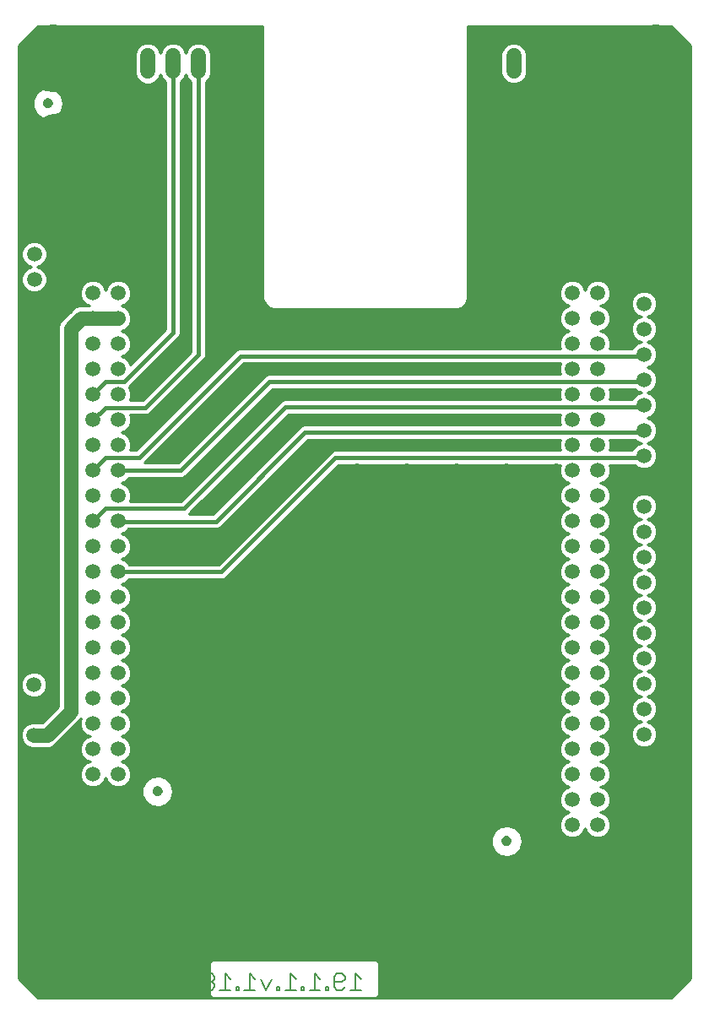
<source format=gbr>
G75*
%MOIN*%
%OFA0B0*%
%FSLAX24Y24*%
%IPPOS*%
%LPD*%
%AMOC8*
5,1,8,0,0,1.08239X$1,22.5*
%
%ADD10C,0.0060*%
%ADD11C,0.0594*%
%ADD12C,0.0594*%
%ADD13C,0.0197*%
%ADD14C,0.0600*%
%ADD15C,0.2913*%
%ADD16C,0.2677*%
%ADD17C,0.0591*%
%ADD18C,0.0278*%
%ADD19C,0.0100*%
%ADD20C,0.0560*%
%ADD21C,0.0160*%
D10*
X007967Y001642D02*
X008074Y001536D01*
X008287Y001536D01*
X008394Y001642D01*
X008394Y001749D01*
X008287Y001856D01*
X008074Y001856D01*
X007967Y001749D01*
X007967Y001642D01*
X008074Y001856D02*
X007967Y001963D01*
X007967Y002069D01*
X008074Y002176D01*
X008287Y002176D01*
X008394Y002069D01*
X008394Y001963D01*
X008287Y001856D01*
X008611Y001536D02*
X009038Y001536D01*
X008825Y001536D02*
X008825Y002176D01*
X009038Y001963D01*
X009254Y001642D02*
X009254Y001536D01*
X009361Y001536D01*
X009361Y001642D01*
X009254Y001642D01*
X009578Y001536D02*
X010005Y001536D01*
X009792Y001536D02*
X009792Y002176D01*
X010005Y001963D01*
X010223Y001963D02*
X010436Y001536D01*
X010650Y001963D01*
X010865Y001642D02*
X010865Y001536D01*
X010972Y001536D01*
X010972Y001642D01*
X010865Y001642D01*
X011190Y001536D02*
X011617Y001536D01*
X011403Y001536D02*
X011403Y002176D01*
X011617Y001963D01*
X011832Y001642D02*
X011832Y001536D01*
X011939Y001536D01*
X011939Y001642D01*
X011832Y001642D01*
X012156Y001536D02*
X012583Y001536D01*
X012370Y001536D02*
X012370Y002176D01*
X012583Y001963D01*
X012799Y001642D02*
X012799Y001536D01*
X012906Y001536D01*
X012906Y001642D01*
X012799Y001642D01*
X013123Y001642D02*
X013230Y001536D01*
X013443Y001536D01*
X013550Y001642D01*
X013443Y001856D02*
X013123Y001856D01*
X013123Y002069D02*
X013123Y001642D01*
X013443Y001856D02*
X013550Y001963D01*
X013550Y002069D01*
X013443Y002176D01*
X013230Y002176D01*
X013123Y002069D01*
X013768Y001536D02*
X014195Y001536D01*
X013981Y001536D02*
X013981Y002176D01*
X014195Y001963D01*
D11*
X022532Y008049D03*
X022532Y009049D03*
X022532Y010049D03*
X022532Y011049D03*
X022532Y012049D03*
X022532Y013049D03*
X022532Y014049D03*
X022532Y015049D03*
X022532Y016049D03*
X022532Y017049D03*
X022532Y018049D03*
X022532Y019049D03*
X022532Y020049D03*
X022532Y021049D03*
X022532Y022049D03*
X022532Y023049D03*
X022532Y024049D03*
X022532Y025049D03*
X022532Y026049D03*
X022532Y027049D03*
X022532Y028049D03*
X022532Y029049D03*
X022532Y030049D03*
X023532Y030049D03*
X023532Y029049D03*
X023532Y028049D03*
X023532Y027049D03*
X023532Y026049D03*
X023532Y025049D03*
X023532Y024049D03*
X023532Y023049D03*
X023532Y022049D03*
X023532Y021049D03*
X023532Y020049D03*
X023532Y019049D03*
X023532Y018049D03*
X023532Y017049D03*
X023532Y016049D03*
X023532Y015049D03*
X023532Y014049D03*
X023532Y013049D03*
X023532Y012049D03*
X023532Y011049D03*
X023532Y010049D03*
X023532Y009049D03*
X023532Y008049D03*
X025370Y010631D03*
X025370Y011631D03*
X025370Y012631D03*
X025370Y013631D03*
X025370Y014631D03*
X025370Y015631D03*
X025370Y016631D03*
X025370Y017631D03*
X025370Y018631D03*
X025370Y019631D03*
X025370Y020631D03*
X025370Y021631D03*
X025370Y022631D03*
X025370Y023631D03*
X025370Y024631D03*
X025370Y025631D03*
X025370Y026631D03*
X025370Y027631D03*
X025370Y028631D03*
X025370Y029631D03*
X004603Y030049D03*
X004603Y029049D03*
X004603Y028049D03*
X004603Y027049D03*
X004603Y026049D03*
X004603Y025049D03*
X004603Y024049D03*
X004603Y023049D03*
X004603Y022049D03*
X004603Y021049D03*
X004603Y020049D03*
X004603Y019049D03*
X004603Y018049D03*
X004603Y017049D03*
X004603Y016049D03*
X004603Y015049D03*
X004603Y014049D03*
X004603Y013049D03*
X004603Y012049D03*
X004603Y011049D03*
X004603Y010049D03*
X004603Y009049D03*
X004603Y008049D03*
X003603Y008049D03*
X003603Y009049D03*
X003603Y010049D03*
X003603Y011049D03*
X003603Y012049D03*
X003603Y013049D03*
X003603Y014049D03*
X003603Y015049D03*
X003603Y016049D03*
X003603Y017049D03*
X003603Y018049D03*
X003603Y019049D03*
X003603Y020049D03*
X003603Y021049D03*
X003603Y022049D03*
X003603Y023049D03*
X003603Y024049D03*
X003603Y025049D03*
X003603Y026049D03*
X003603Y027049D03*
X003603Y028049D03*
X003603Y029049D03*
X003603Y030049D03*
X001284Y029592D03*
X001284Y028592D03*
X001284Y030592D03*
X001276Y013592D03*
X001276Y012592D03*
X001276Y011592D03*
D12*
X020221Y037823D02*
X020221Y038417D01*
X021221Y038417D02*
X021221Y037823D01*
D13*
X001725Y036545D02*
X001727Y036564D01*
X001732Y036583D01*
X001742Y036599D01*
X001754Y036614D01*
X001769Y036626D01*
X001785Y036636D01*
X001804Y036641D01*
X001823Y036643D01*
X001842Y036641D01*
X001861Y036636D01*
X001877Y036626D01*
X001892Y036614D01*
X001904Y036599D01*
X001914Y036583D01*
X001919Y036564D01*
X001921Y036545D01*
X001919Y036526D01*
X001914Y036507D01*
X001904Y036491D01*
X001892Y036476D01*
X001877Y036464D01*
X001861Y036454D01*
X001842Y036449D01*
X001823Y036447D01*
X001804Y036449D01*
X001785Y036454D01*
X001769Y036464D01*
X001754Y036476D01*
X001742Y036491D01*
X001732Y036507D01*
X001727Y036526D01*
X001725Y036545D01*
X006056Y009380D02*
X006058Y009399D01*
X006063Y009418D01*
X006073Y009434D01*
X006085Y009449D01*
X006100Y009461D01*
X006116Y009471D01*
X006135Y009476D01*
X006154Y009478D01*
X006173Y009476D01*
X006192Y009471D01*
X006208Y009461D01*
X006223Y009449D01*
X006235Y009434D01*
X006245Y009418D01*
X006250Y009399D01*
X006252Y009380D01*
X006250Y009361D01*
X006245Y009342D01*
X006235Y009326D01*
X006223Y009311D01*
X006208Y009299D01*
X006192Y009289D01*
X006173Y009284D01*
X006154Y009282D01*
X006135Y009284D01*
X006116Y009289D01*
X006100Y009299D01*
X006085Y009311D01*
X006073Y009326D01*
X006063Y009342D01*
X006058Y009361D01*
X006056Y009380D01*
X019835Y007411D02*
X019837Y007430D01*
X019842Y007449D01*
X019852Y007465D01*
X019864Y007480D01*
X019879Y007492D01*
X019895Y007502D01*
X019914Y007507D01*
X019933Y007509D01*
X019952Y007507D01*
X019971Y007502D01*
X019987Y007492D01*
X020002Y007480D01*
X020014Y007465D01*
X020024Y007449D01*
X020029Y007430D01*
X020031Y007411D01*
X020029Y007392D01*
X020024Y007373D01*
X020014Y007357D01*
X020002Y007342D01*
X019987Y007330D01*
X019971Y007320D01*
X019952Y007315D01*
X019933Y007313D01*
X019914Y007315D01*
X019895Y007320D01*
X019879Y007330D01*
X019864Y007342D01*
X019852Y007357D01*
X019842Y007373D01*
X019837Y007392D01*
X019835Y007411D01*
D14*
X008762Y037811D02*
X008762Y038411D01*
X007762Y038411D02*
X007762Y037811D01*
X006762Y037811D02*
X006762Y038411D01*
X005762Y038411D02*
X005762Y037811D01*
D15*
X002410Y034726D03*
X004083Y031943D03*
X005244Y006214D03*
X002410Y005592D03*
X021800Y006155D03*
X023985Y005750D03*
X023059Y031943D03*
X024063Y034706D03*
D16*
X025839Y038317D03*
X002020Y038317D03*
X002020Y002490D03*
X025839Y002490D03*
D17*
X025150Y003179D03*
X024855Y002490D03*
X025150Y001801D03*
X025839Y001506D03*
X026528Y001801D03*
X026823Y002490D03*
X026528Y003179D03*
X025839Y003474D03*
X003004Y002490D03*
X002709Y003179D03*
X002020Y003474D03*
X001331Y003179D03*
X001036Y002490D03*
X001331Y001801D03*
X002020Y001506D03*
X002709Y001801D03*
X002020Y037332D03*
X002693Y037639D03*
X003004Y038317D03*
X002741Y038970D03*
X002020Y039301D03*
X001331Y039013D03*
X001036Y038317D03*
X001327Y037612D03*
X024855Y038317D03*
X025150Y039006D03*
X025839Y039301D03*
X026528Y039006D03*
X026823Y038317D03*
X026528Y037628D03*
X025839Y037332D03*
X025150Y037628D03*
D18*
X024559Y036840D03*
X023870Y038120D03*
X022886Y039104D03*
X021902Y038120D03*
X020918Y039104D03*
X020918Y037135D03*
X021902Y036151D03*
X020918Y035167D03*
X021902Y034183D03*
X020918Y033198D03*
X020918Y031230D03*
X020918Y029261D03*
X019933Y028277D03*
X018949Y027293D03*
X019933Y026112D03*
X018949Y025128D03*
X019933Y024143D03*
X018949Y023159D03*
X019933Y022175D03*
X018949Y021387D03*
X019933Y020403D03*
X018949Y019419D03*
X019933Y018435D03*
X018949Y017450D03*
X019933Y016466D03*
X018949Y015482D03*
X019933Y014498D03*
X018949Y013513D03*
X019933Y012529D03*
X018949Y011545D03*
X019933Y010561D03*
X018949Y009576D03*
X019933Y008592D03*
X018949Y007608D03*
X019933Y006624D03*
X018949Y005639D03*
X019933Y004655D03*
X018949Y003671D03*
X019933Y002687D03*
X018949Y001702D03*
X017965Y002687D03*
X016981Y003671D03*
X015996Y004655D03*
X016981Y005639D03*
X015996Y006624D03*
X016981Y007608D03*
X015996Y008592D03*
X016981Y009576D03*
X015996Y010561D03*
X016981Y011545D03*
X015996Y012529D03*
X016981Y013513D03*
X015996Y014498D03*
X016981Y015482D03*
X015996Y016466D03*
X016981Y017450D03*
X015996Y018435D03*
X016981Y019419D03*
X015996Y020403D03*
X016981Y021387D03*
X015996Y022175D03*
X016981Y023159D03*
X015996Y024143D03*
X016981Y025128D03*
X015996Y026112D03*
X016981Y027293D03*
X017965Y026112D03*
X017965Y024143D03*
X017965Y022175D03*
X017965Y020403D03*
X017965Y018435D03*
X017965Y016466D03*
X017965Y014498D03*
X017965Y012529D03*
X017965Y010561D03*
X017965Y008592D03*
X017965Y006624D03*
X017965Y004655D03*
X016981Y001702D03*
X015012Y003671D03*
X014028Y004655D03*
X015012Y005639D03*
X014028Y006624D03*
X015012Y007608D03*
X014028Y008592D03*
X015012Y009576D03*
X014028Y010561D03*
X015012Y011545D03*
X014028Y012529D03*
X015012Y013513D03*
X014028Y014498D03*
X015012Y015482D03*
X014028Y016466D03*
X015012Y017450D03*
X014028Y018435D03*
X015012Y019419D03*
X014028Y020403D03*
X015012Y021387D03*
X014028Y022175D03*
X015012Y023159D03*
X014028Y024143D03*
X015012Y025128D03*
X014028Y026112D03*
X015012Y027293D03*
X013044Y027293D03*
X012059Y026112D03*
X013044Y025128D03*
X012059Y024143D03*
X013044Y023159D03*
X012059Y022372D03*
X013044Y021387D03*
X012059Y020403D03*
X013044Y019419D03*
X012059Y018435D03*
X013044Y017450D03*
X012059Y016466D03*
X013044Y015482D03*
X012059Y014498D03*
X013044Y013513D03*
X012059Y012529D03*
X013044Y011545D03*
X012059Y010561D03*
X013044Y009576D03*
X012059Y008592D03*
X013044Y007608D03*
X012059Y006624D03*
X013044Y005639D03*
X012059Y004655D03*
X013044Y003671D03*
X011075Y003671D03*
X010091Y004655D03*
X011075Y005639D03*
X010091Y006624D03*
X011075Y007608D03*
X010091Y008592D03*
X011075Y009576D03*
X010091Y010561D03*
X011075Y011545D03*
X010091Y012529D03*
X011075Y013513D03*
X010091Y014498D03*
X011075Y015482D03*
X010091Y016466D03*
X011075Y017450D03*
X010091Y018435D03*
X011075Y019419D03*
X010091Y020403D03*
X011075Y021387D03*
X010091Y022372D03*
X011075Y023257D03*
X010091Y024340D03*
X011075Y025128D03*
X010091Y026112D03*
X011075Y027293D03*
X010091Y028671D03*
X009107Y029261D03*
X008319Y028671D03*
X007237Y029261D03*
X008319Y030246D03*
X009107Y031230D03*
X008319Y032214D03*
X009107Y033198D03*
X008319Y034183D03*
X009107Y035167D03*
X008319Y036151D03*
X009107Y037135D03*
X010091Y036151D03*
X010091Y034183D03*
X010091Y032214D03*
X010091Y030246D03*
X009107Y027293D03*
X008122Y026309D03*
X009107Y025226D03*
X008122Y024340D03*
X009107Y023356D03*
X008122Y022372D03*
X009107Y021387D03*
X008122Y020403D03*
X009107Y019419D03*
X008122Y018435D03*
X009107Y017450D03*
X008122Y016466D03*
X009107Y015482D03*
X008122Y014498D03*
X009107Y013513D03*
X008122Y012529D03*
X009107Y011545D03*
X008122Y010561D03*
X009107Y009576D03*
X008122Y008592D03*
X009107Y007608D03*
X008122Y006624D03*
X009107Y005639D03*
X008083Y004773D03*
X009107Y003671D03*
X007138Y005639D03*
X006154Y004773D03*
X004185Y004655D03*
X003201Y003671D03*
X004185Y002687D03*
X003201Y007608D03*
X002217Y008592D03*
X001233Y007608D03*
X001233Y009576D03*
X001225Y010714D03*
X002217Y010561D03*
X002138Y014576D03*
X001233Y015482D03*
X002138Y016466D03*
X001233Y017450D03*
X002138Y018435D03*
X001233Y019419D03*
X002138Y020403D03*
X001233Y021387D03*
X002138Y022372D03*
X001233Y023356D03*
X002138Y024340D03*
X001233Y025324D03*
X002138Y026309D03*
X001233Y027293D03*
X002217Y028277D03*
X002217Y030344D03*
X002217Y032214D03*
X001233Y033198D03*
X001233Y036151D03*
X003201Y037135D03*
X004185Y036151D03*
X005170Y035167D03*
X004185Y034183D03*
X005170Y033297D03*
X007256Y033198D03*
X007256Y031230D03*
X005268Y029261D03*
X005268Y027293D03*
X006228Y026309D03*
X007138Y025324D03*
X006154Y024340D03*
X007138Y023356D03*
X006154Y022470D03*
X007138Y021387D03*
X007138Y019419D03*
X006154Y018435D03*
X007138Y017450D03*
X006154Y016466D03*
X007138Y015482D03*
X006154Y014498D03*
X007138Y013513D03*
X006154Y012529D03*
X007138Y011545D03*
X006154Y010561D03*
X007138Y009576D03*
X006154Y008592D03*
X007138Y007608D03*
X005170Y009576D03*
X005170Y011545D03*
X005170Y013513D03*
X005170Y015482D03*
X005170Y019419D03*
X005170Y021387D03*
X005268Y025226D03*
X007212Y027293D03*
X007256Y035167D03*
X007296Y037135D03*
X007138Y039104D03*
X005170Y039104D03*
X004185Y038120D03*
X003398Y039104D03*
X005170Y037135D03*
X009107Y039104D03*
X010091Y038120D03*
X018949Y039104D03*
X018949Y037135D03*
X018949Y035167D03*
X018949Y033198D03*
X018949Y031230D03*
X020918Y027293D03*
X021902Y026112D03*
X020918Y025128D03*
X021902Y024143D03*
X020918Y023159D03*
X021902Y022175D03*
X020918Y021387D03*
X021902Y020403D03*
X020918Y019419D03*
X021902Y018435D03*
X020918Y017450D03*
X021902Y016466D03*
X020918Y015482D03*
X021902Y014498D03*
X020918Y013513D03*
X021902Y012529D03*
X020918Y011545D03*
X021902Y010561D03*
X020918Y009576D03*
X021902Y008592D03*
X020918Y007608D03*
X020918Y003671D03*
X021902Y002687D03*
X020918Y001702D03*
X022886Y001702D03*
X023870Y002687D03*
X022886Y003671D03*
X024855Y003671D03*
X025839Y004655D03*
X026823Y003671D03*
X026823Y005639D03*
X025839Y006624D03*
X024855Y007608D03*
X025839Y008592D03*
X024855Y009576D03*
X024559Y011545D03*
X024559Y013513D03*
X024559Y015482D03*
X024559Y017450D03*
X024559Y019419D03*
X024559Y021387D03*
X024559Y023159D03*
X024559Y025128D03*
X024559Y027293D03*
X024559Y029261D03*
X025839Y030246D03*
X024855Y031230D03*
X025839Y032214D03*
X024855Y033198D03*
X025839Y034183D03*
X026823Y035167D03*
X025839Y036151D03*
X026823Y033198D03*
X026823Y031230D03*
X026823Y029261D03*
X026823Y027293D03*
X026823Y025324D03*
X026823Y023356D03*
X026823Y021387D03*
X026823Y019419D03*
X026823Y017450D03*
X026823Y015482D03*
X026823Y013513D03*
X026823Y011545D03*
X026823Y009576D03*
X026823Y007608D03*
X022886Y037135D03*
D19*
X008200Y001605D02*
X001038Y001605D01*
X001136Y001506D02*
X008200Y001506D01*
X008200Y001408D02*
X001235Y001408D01*
X001333Y001309D02*
X008200Y001309D01*
X008205Y001328D02*
X008315Y001218D01*
X014670Y001218D01*
X014807Y001218D01*
X014910Y001320D01*
X014911Y001309D02*
X026526Y001309D01*
X026435Y001218D02*
X014911Y001218D01*
X014911Y002608D01*
X014788Y002731D01*
X008323Y002731D01*
X008200Y002608D01*
X008200Y001218D01*
X001424Y001218D01*
X000650Y001992D01*
X000650Y038814D01*
X001424Y039588D01*
X010307Y039588D01*
X010307Y028823D01*
X010384Y028640D01*
X010524Y028499D01*
X010708Y028423D01*
X018009Y028423D01*
X018193Y028499D01*
X018334Y028640D01*
X018410Y028823D01*
X018410Y039588D01*
X026435Y039588D01*
X027209Y038814D01*
X027209Y001992D01*
X026435Y001218D01*
X026625Y001408D02*
X014911Y001408D01*
X014911Y001506D02*
X026723Y001506D01*
X026822Y001605D02*
X014911Y001605D01*
X014911Y001703D02*
X026920Y001703D01*
X027019Y001802D02*
X014911Y001802D01*
X014911Y001900D02*
X027117Y001900D01*
X027209Y001999D02*
X014911Y001999D01*
X014911Y002097D02*
X027209Y002097D01*
X027209Y002196D02*
X014911Y002196D01*
X014911Y002294D02*
X027209Y002294D01*
X027209Y002393D02*
X014911Y002393D01*
X014911Y002491D02*
X027209Y002491D01*
X027209Y002590D02*
X014911Y002590D01*
X014831Y002688D02*
X027209Y002688D01*
X027209Y002787D02*
X000650Y002787D01*
X000650Y002885D02*
X027209Y002885D01*
X027209Y002984D02*
X000650Y002984D01*
X000650Y003082D02*
X027209Y003082D01*
X027209Y003181D02*
X000650Y003181D01*
X000650Y003279D02*
X027209Y003279D01*
X027209Y003378D02*
X000650Y003378D01*
X000650Y003476D02*
X027209Y003476D01*
X027209Y003575D02*
X000650Y003575D01*
X000650Y003673D02*
X027209Y003673D01*
X027209Y003772D02*
X000650Y003772D01*
X000650Y003870D02*
X027209Y003870D01*
X027209Y003969D02*
X000650Y003969D01*
X000650Y004067D02*
X027209Y004067D01*
X027209Y004166D02*
X000650Y004166D01*
X000650Y004264D02*
X027209Y004264D01*
X027209Y004363D02*
X000650Y004363D01*
X000650Y004461D02*
X027209Y004461D01*
X027209Y004560D02*
X000650Y004560D01*
X000650Y004658D02*
X027209Y004658D01*
X027209Y004757D02*
X000650Y004757D01*
X000650Y004855D02*
X027209Y004855D01*
X027209Y004954D02*
X000650Y004954D01*
X000650Y005052D02*
X027209Y005052D01*
X027209Y005151D02*
X000650Y005151D01*
X000650Y005249D02*
X027209Y005249D01*
X027209Y005348D02*
X000650Y005348D01*
X000650Y005446D02*
X027209Y005446D01*
X027209Y005545D02*
X000650Y005545D01*
X000650Y005643D02*
X027209Y005643D01*
X027209Y005742D02*
X000650Y005742D01*
X000650Y005840D02*
X027209Y005840D01*
X027209Y005939D02*
X000650Y005939D01*
X000650Y006037D02*
X027209Y006037D01*
X027209Y006136D02*
X000650Y006136D01*
X000650Y006234D02*
X027209Y006234D01*
X027209Y006333D02*
X000650Y006333D01*
X000650Y006431D02*
X027209Y006431D01*
X027209Y006530D02*
X000650Y006530D01*
X000650Y006628D02*
X027209Y006628D01*
X027209Y006727D02*
X000650Y006727D01*
X000650Y006825D02*
X019737Y006825D01*
X019712Y006828D02*
X020009Y006792D01*
X020288Y006898D01*
X020485Y007121D01*
X027209Y007121D01*
X027209Y007219D02*
X020510Y007219D01*
X020485Y007121D02*
X020557Y007411D01*
X020485Y007701D01*
X020288Y007924D01*
X020288Y007924D01*
X020009Y008030D01*
X020009Y008030D01*
X019712Y007994D01*
X019467Y007824D01*
X019328Y007560D01*
X019328Y007262D01*
X019467Y006998D01*
X019467Y006998D01*
X019712Y006828D01*
X019712Y006828D01*
X019574Y006924D02*
X000650Y006924D01*
X000650Y007022D02*
X019454Y007022D01*
X019467Y006998D02*
X019467Y006998D01*
X019402Y007121D02*
X000650Y007121D01*
X000650Y007219D02*
X019351Y007219D01*
X019328Y007262D02*
X019328Y007262D01*
X019328Y007318D02*
X000650Y007318D01*
X000650Y007416D02*
X019328Y007416D01*
X019328Y007515D02*
X000650Y007515D01*
X000650Y007613D02*
X019356Y007613D01*
X019408Y007712D02*
X000650Y007712D01*
X000650Y007810D02*
X019459Y007810D01*
X019467Y007824D02*
X019467Y007824D01*
X019467Y007824D01*
X019589Y007909D02*
X000650Y007909D01*
X000650Y008007D02*
X019821Y008007D01*
X019712Y007994D02*
X019712Y007994D01*
X020069Y008007D02*
X022025Y008007D01*
X022025Y007948D02*
X022102Y007762D01*
X022245Y007619D01*
X022431Y007542D01*
X022633Y007542D01*
X022819Y007619D01*
X022962Y007762D01*
X023032Y007931D01*
X023102Y007762D01*
X023245Y007619D01*
X023431Y007542D01*
X023633Y007542D01*
X023819Y007619D01*
X023962Y007762D01*
X024039Y007948D01*
X024039Y008150D01*
X023962Y008336D01*
X023819Y008479D01*
X023649Y008549D01*
X023819Y008619D01*
X023962Y008762D01*
X024039Y008948D01*
X024039Y009150D01*
X023962Y009336D01*
X023819Y009479D01*
X023649Y009549D01*
X023819Y009619D01*
X023962Y009762D01*
X024039Y009948D01*
X024039Y010150D01*
X023962Y010336D01*
X023819Y010479D01*
X023649Y010549D01*
X023819Y010619D01*
X023962Y010762D01*
X024039Y010948D01*
X024039Y011150D01*
X023962Y011336D01*
X023819Y011479D01*
X023649Y011549D01*
X023819Y011619D01*
X023962Y011762D01*
X024039Y011948D01*
X024039Y012150D01*
X023962Y012336D01*
X023819Y012479D01*
X023649Y012549D01*
X023819Y012619D01*
X023962Y012762D01*
X024039Y012948D01*
X024039Y013150D01*
X023962Y013336D01*
X023819Y013479D01*
X023649Y013549D01*
X023819Y013619D01*
X023962Y013762D01*
X024039Y013948D01*
X024039Y014150D01*
X023962Y014336D01*
X023819Y014479D01*
X023649Y014549D01*
X023819Y014619D01*
X023962Y014762D01*
X024039Y014948D01*
X024039Y015150D01*
X023962Y015336D01*
X023819Y015479D01*
X023649Y015549D01*
X023819Y015619D01*
X023962Y015762D01*
X024039Y015948D01*
X024039Y016150D01*
X023962Y016336D01*
X023819Y016479D01*
X023649Y016549D01*
X023819Y016619D01*
X023962Y016762D01*
X024039Y016948D01*
X024039Y017150D01*
X023962Y017336D01*
X023819Y017479D01*
X023649Y017549D01*
X023819Y017619D01*
X023962Y017762D01*
X024039Y017948D01*
X024039Y018150D01*
X023962Y018336D01*
X023819Y018479D01*
X023649Y018549D01*
X023819Y018619D01*
X023962Y018762D01*
X024039Y018948D01*
X024039Y019150D01*
X023962Y019336D01*
X023819Y019479D01*
X023649Y019549D01*
X023819Y019619D01*
X023962Y019762D01*
X024039Y019948D01*
X024039Y020150D01*
X023962Y020336D01*
X023819Y020479D01*
X023649Y020549D01*
X023819Y020619D01*
X023962Y020762D01*
X024039Y020948D01*
X024039Y021150D01*
X023962Y021336D01*
X023819Y021479D01*
X023649Y021549D01*
X023819Y021619D01*
X023962Y021762D01*
X024039Y021948D01*
X024039Y022150D01*
X023994Y022259D01*
X025026Y022259D01*
X025083Y022202D01*
X025270Y022125D01*
X025471Y022125D01*
X025658Y022202D01*
X025800Y022344D01*
X025877Y022531D01*
X025877Y022732D01*
X025800Y022919D01*
X025658Y023061D01*
X025488Y023131D01*
X025658Y023202D01*
X025800Y023344D01*
X025877Y023531D01*
X025877Y023732D01*
X025800Y023919D01*
X025658Y024061D01*
X025488Y024131D01*
X025658Y024202D01*
X025800Y024344D01*
X025877Y024531D01*
X025877Y024732D01*
X025800Y024919D01*
X025658Y025061D01*
X025488Y025131D01*
X025658Y025202D01*
X025800Y025344D01*
X025877Y025531D01*
X025877Y025732D01*
X025800Y025919D01*
X025658Y026061D01*
X025488Y026131D01*
X025658Y026202D01*
X025800Y026344D01*
X025877Y026531D01*
X025877Y026732D01*
X025800Y026919D01*
X025658Y027061D01*
X025488Y027131D01*
X025658Y027202D01*
X025800Y027344D01*
X025877Y027531D01*
X025877Y027732D01*
X025800Y027919D01*
X025658Y028061D01*
X025488Y028131D01*
X025658Y028202D01*
X025800Y028344D01*
X025877Y028531D01*
X025877Y028732D01*
X025800Y028919D01*
X025658Y029061D01*
X025471Y029138D01*
X025270Y029138D01*
X025083Y029061D01*
X024941Y028919D01*
X024864Y028732D01*
X024864Y028531D01*
X024941Y028344D01*
X025083Y028202D01*
X025253Y028131D01*
X025083Y028061D01*
X024941Y027919D01*
X024864Y027732D01*
X024864Y027531D01*
X024941Y027344D01*
X025083Y027202D01*
X025253Y027131D01*
X025083Y027061D01*
X024941Y026919D01*
X024027Y026919D01*
X024039Y026948D02*
X024039Y027150D01*
X023962Y027336D01*
X023819Y027479D01*
X023649Y027549D01*
X023819Y027619D01*
X023962Y027762D01*
X024039Y027948D01*
X024039Y028150D01*
X023962Y028336D01*
X023819Y028479D01*
X023649Y028549D01*
X023819Y028619D01*
X023962Y028762D01*
X024039Y028948D01*
X024039Y029150D01*
X023962Y029336D01*
X023819Y029479D01*
X023633Y029556D01*
X023431Y029556D01*
X023245Y029479D01*
X023102Y029336D01*
X023032Y029166D01*
X022962Y029336D01*
X022819Y029479D01*
X022633Y029556D01*
X022431Y029556D01*
X022245Y029479D01*
X022102Y029336D01*
X022025Y029150D01*
X022025Y028948D01*
X022102Y028762D01*
X022245Y028619D01*
X022415Y028549D01*
X022245Y028479D01*
X022102Y028336D01*
X022025Y028150D01*
X022025Y027948D01*
X022102Y027762D01*
X022245Y027619D01*
X022415Y027549D01*
X022245Y027479D01*
X022102Y027336D01*
X022025Y027150D01*
X022025Y026948D01*
X022064Y026855D01*
X009384Y026855D01*
X009277Y026810D01*
X005305Y022839D01*
X005064Y022839D01*
X005110Y022948D01*
X005110Y023150D01*
X005032Y023336D01*
X004890Y023479D01*
X004720Y023549D01*
X004890Y023619D01*
X005032Y023762D01*
X005110Y023948D01*
X005110Y024150D01*
X005069Y024247D01*
X005739Y024247D01*
X005846Y024291D01*
X005927Y024373D01*
X008008Y026453D01*
X008052Y026560D01*
X008052Y037380D01*
X008194Y037522D01*
X008272Y037710D01*
X008272Y038512D01*
X008194Y038700D01*
X008051Y038843D01*
X007863Y038921D01*
X007660Y038921D01*
X007473Y038843D01*
X007329Y038700D01*
X007262Y038537D01*
X007194Y038700D01*
X007051Y038843D01*
X006863Y038921D01*
X006660Y038921D01*
X006473Y038843D01*
X006329Y038700D01*
X006262Y038537D01*
X006194Y038700D01*
X006051Y038843D01*
X005863Y038921D01*
X005660Y038921D01*
X005473Y038843D01*
X005329Y038700D01*
X005252Y038512D01*
X005252Y037710D01*
X005329Y037522D01*
X005473Y037379D01*
X005660Y037301D01*
X005863Y037301D01*
X006051Y037379D01*
X006194Y037522D01*
X006262Y037685D01*
X006329Y037522D01*
X006472Y037380D01*
X006472Y027610D01*
X005081Y026219D01*
X005032Y026336D01*
X004890Y026479D01*
X004720Y026549D01*
X004890Y026619D01*
X005032Y026762D01*
X005110Y026948D01*
X005110Y027150D01*
X005032Y027336D01*
X004890Y027479D01*
X004720Y027549D01*
X004890Y027619D01*
X005032Y027762D01*
X005110Y027948D01*
X005110Y028150D01*
X005032Y028336D01*
X004890Y028479D01*
X004720Y028549D01*
X004890Y028619D01*
X005032Y028762D01*
X005110Y028948D01*
X005110Y029150D01*
X005032Y029336D01*
X004890Y029479D01*
X004704Y029556D01*
X004502Y029556D01*
X004316Y029479D01*
X004173Y029336D01*
X004103Y029166D01*
X004032Y029336D01*
X003890Y029479D01*
X003704Y029556D01*
X003502Y029556D01*
X003316Y029479D01*
X003173Y029336D01*
X003096Y029150D01*
X003096Y028948D01*
X003173Y028762D01*
X003316Y028619D01*
X003481Y028551D01*
X003045Y028551D01*
X002865Y028476D01*
X002727Y028338D01*
X002313Y027925D01*
X002239Y027745D01*
X002239Y012732D01*
X001589Y012082D01*
X001417Y012082D01*
X001377Y012099D01*
X001175Y012099D01*
X000989Y012022D01*
X000846Y011879D01*
X000769Y011693D01*
X000769Y011491D01*
X000846Y011305D01*
X000989Y011162D01*
X001175Y011085D01*
X001377Y011085D01*
X001417Y011102D01*
X001889Y011102D01*
X002069Y011177D01*
X003006Y012114D01*
X003134Y012241D01*
X003096Y012150D01*
X003096Y011948D01*
X003173Y011762D01*
X003316Y011619D01*
X003485Y011549D01*
X003316Y011479D01*
X003173Y011336D01*
X003096Y011150D01*
X003096Y010948D01*
X003173Y010762D01*
X003316Y010619D01*
X003485Y010549D01*
X003316Y010479D01*
X003173Y010336D01*
X003096Y010150D01*
X003096Y009948D01*
X003173Y009762D01*
X003316Y009619D01*
X003502Y009542D01*
X003704Y009542D01*
X003890Y009619D01*
X004032Y009762D01*
X004103Y009931D01*
X004173Y009762D01*
X004316Y009619D01*
X004502Y009542D01*
X004704Y009542D01*
X004890Y009619D01*
X005032Y009762D01*
X005110Y009948D01*
X005110Y010150D01*
X005032Y010336D01*
X004890Y010479D01*
X004720Y010549D01*
X004890Y010619D01*
X005032Y010762D01*
X005110Y010948D01*
X005110Y011150D01*
X005032Y011336D01*
X004890Y011479D01*
X004720Y011549D01*
X004890Y011619D01*
X005032Y011762D01*
X005110Y011948D01*
X005110Y012150D01*
X005032Y012336D01*
X004890Y012479D01*
X004720Y012549D01*
X004890Y012619D01*
X005032Y012762D01*
X005110Y012948D01*
X005110Y013150D01*
X005032Y013336D01*
X004890Y013479D01*
X004720Y013549D01*
X004890Y013619D01*
X005032Y013762D01*
X005110Y013948D01*
X005110Y014150D01*
X005032Y014336D01*
X004890Y014479D01*
X004720Y014549D01*
X004890Y014619D01*
X005032Y014762D01*
X005110Y014948D01*
X005110Y015150D01*
X005032Y015336D01*
X004890Y015479D01*
X004720Y015549D01*
X004890Y015619D01*
X005032Y015762D01*
X005110Y015948D01*
X005110Y016150D01*
X005032Y016336D01*
X004890Y016479D01*
X004720Y016549D01*
X004890Y016619D01*
X005032Y016762D01*
X005110Y016948D01*
X005110Y017150D01*
X005032Y017336D01*
X004890Y017479D01*
X004720Y017549D01*
X004890Y017619D01*
X005022Y017751D01*
X008731Y017751D01*
X008838Y017795D01*
X008919Y017877D01*
X013302Y022259D01*
X022070Y022259D01*
X022025Y022150D01*
X022025Y021948D01*
X022102Y021762D01*
X022245Y021619D01*
X022415Y021549D01*
X022245Y021479D01*
X022102Y021336D01*
X022025Y021150D01*
X022025Y020948D01*
X022102Y020762D01*
X022245Y020619D01*
X022415Y020549D01*
X022245Y020479D01*
X022102Y020336D01*
X022025Y020150D01*
X022025Y019948D01*
X022102Y019762D01*
X022245Y019619D01*
X022415Y019549D01*
X022245Y019479D01*
X022102Y019336D01*
X022025Y019150D01*
X022025Y018948D01*
X022102Y018762D01*
X022245Y018619D01*
X022415Y018549D01*
X022245Y018479D01*
X022102Y018336D01*
X022025Y018150D01*
X022025Y017948D01*
X022102Y017762D01*
X022245Y017619D01*
X022415Y017549D01*
X022245Y017479D01*
X022102Y017336D01*
X022025Y017150D01*
X022025Y016948D01*
X022102Y016762D01*
X022245Y016619D01*
X022415Y016549D01*
X022245Y016479D01*
X022102Y016336D01*
X022025Y016150D01*
X022025Y015948D01*
X022102Y015762D01*
X022245Y015619D01*
X022415Y015549D01*
X022245Y015479D01*
X022102Y015336D01*
X022025Y015150D01*
X022025Y014948D01*
X022102Y014762D01*
X022245Y014619D01*
X022415Y014549D01*
X022245Y014479D01*
X022102Y014336D01*
X022025Y014150D01*
X022025Y013948D01*
X022102Y013762D01*
X022245Y013619D01*
X022415Y013549D01*
X022245Y013479D01*
X022102Y013336D01*
X022025Y013150D01*
X022025Y012948D01*
X022102Y012762D01*
X022245Y012619D01*
X022415Y012549D01*
X022245Y012479D01*
X022102Y012336D01*
X022025Y012150D01*
X022025Y011948D01*
X022102Y011762D01*
X022245Y011619D01*
X022415Y011549D01*
X022245Y011479D01*
X022102Y011336D01*
X022025Y011150D01*
X022025Y010948D01*
X022102Y010762D01*
X022245Y010619D01*
X022415Y010549D01*
X022245Y010479D01*
X022102Y010336D01*
X022025Y010150D01*
X022025Y009948D01*
X022102Y009762D01*
X022245Y009619D01*
X022415Y009549D01*
X022245Y009479D01*
X022102Y009336D01*
X022025Y009150D01*
X022025Y008948D01*
X022102Y008762D01*
X022245Y008619D01*
X022415Y008549D01*
X022245Y008479D01*
X022102Y008336D01*
X022025Y008150D01*
X022025Y007948D01*
X022041Y007909D02*
X020301Y007909D01*
X020389Y007810D02*
X022082Y007810D01*
X022152Y007712D02*
X020476Y007712D01*
X020485Y007701D02*
X020485Y007701D01*
X020507Y007613D02*
X022259Y007613D01*
X022025Y008106D02*
X000650Y008106D01*
X000650Y008204D02*
X022048Y008204D01*
X022088Y008303D02*
X000650Y008303D01*
X000650Y008401D02*
X022167Y008401D01*
X022296Y008500D02*
X000650Y008500D01*
X000650Y008598D02*
X022295Y008598D01*
X022167Y008697D02*
X000650Y008697D01*
X000650Y008795D02*
X005945Y008795D01*
X005933Y008797D02*
X006229Y008761D01*
X006508Y008866D01*
X006706Y009090D01*
X006777Y009380D01*
X006706Y009669D01*
X006706Y009669D01*
X006508Y009893D01*
X006229Y009998D01*
X005933Y009962D01*
X005687Y009793D01*
X005549Y009529D01*
X005549Y009230D01*
X005687Y008966D01*
X005687Y008966D01*
X005687Y008966D01*
X005933Y008797D01*
X005933Y008797D01*
X005792Y008894D02*
X000650Y008894D01*
X000650Y008992D02*
X005674Y008992D01*
X005622Y009091D02*
X000650Y009091D01*
X000650Y009189D02*
X005570Y009189D01*
X005549Y009230D02*
X005549Y009230D01*
X005549Y009288D02*
X000650Y009288D01*
X000650Y009386D02*
X005549Y009386D01*
X005549Y009485D02*
X000650Y009485D01*
X000650Y009583D02*
X003403Y009583D01*
X003253Y009682D02*
X000650Y009682D01*
X000650Y009780D02*
X003165Y009780D01*
X003125Y009879D02*
X000650Y009879D01*
X000650Y009977D02*
X003096Y009977D01*
X003096Y010076D02*
X000650Y010076D01*
X000650Y010174D02*
X003106Y010174D01*
X003147Y010273D02*
X000650Y010273D01*
X000650Y010371D02*
X003208Y010371D01*
X003307Y010470D02*
X000650Y010470D01*
X000650Y010568D02*
X003439Y010568D01*
X003268Y010667D02*
X000650Y010667D01*
X000650Y010765D02*
X003172Y010765D01*
X003131Y010864D02*
X000650Y010864D01*
X000650Y010962D02*
X003096Y010962D01*
X003096Y011061D02*
X000650Y011061D01*
X000650Y011159D02*
X000997Y011159D01*
X000894Y011258D02*
X000650Y011258D01*
X000650Y011356D02*
X000825Y011356D01*
X000784Y011455D02*
X000650Y011455D01*
X000650Y011553D02*
X000769Y011553D01*
X000769Y011652D02*
X000650Y011652D01*
X000650Y011750D02*
X000793Y011750D01*
X000834Y011849D02*
X000650Y011849D01*
X000650Y011947D02*
X000914Y011947D01*
X001046Y012046D02*
X000650Y012046D01*
X000650Y012144D02*
X001651Y012144D01*
X001749Y012243D02*
X000650Y012243D01*
X000650Y012341D02*
X001848Y012341D01*
X001946Y012440D02*
X000650Y012440D01*
X000650Y012538D02*
X002045Y012538D01*
X002143Y012637D02*
X000650Y012637D01*
X000650Y012735D02*
X002239Y012735D01*
X002239Y012834D02*
X000650Y012834D01*
X000650Y012932D02*
X002239Y012932D01*
X002239Y013031D02*
X000650Y013031D01*
X000650Y013129D02*
X001069Y013129D01*
X000989Y013162D02*
X001175Y013085D01*
X001377Y013085D01*
X001563Y013162D01*
X001706Y013305D01*
X001783Y013491D01*
X001783Y013693D01*
X001706Y013879D01*
X001563Y014022D01*
X001377Y014099D01*
X001175Y014099D01*
X000989Y014022D01*
X000846Y013879D01*
X000769Y013693D01*
X000769Y013491D01*
X000846Y013305D01*
X000989Y013162D01*
X000924Y013228D02*
X000650Y013228D01*
X000650Y013326D02*
X000838Y013326D01*
X000797Y013425D02*
X000650Y013425D01*
X000650Y013523D02*
X000769Y013523D01*
X000769Y013622D02*
X000650Y013622D01*
X000650Y013720D02*
X000780Y013720D01*
X000821Y013819D02*
X000650Y013819D01*
X000650Y013917D02*
X000884Y013917D01*
X000983Y014016D02*
X000650Y014016D01*
X000650Y014114D02*
X002239Y014114D01*
X002239Y014016D02*
X001569Y014016D01*
X001668Y013917D02*
X002239Y013917D01*
X002239Y013819D02*
X001731Y013819D01*
X001772Y013720D02*
X002239Y013720D01*
X002239Y013622D02*
X001783Y013622D01*
X001783Y013523D02*
X002239Y013523D01*
X002239Y013425D02*
X001755Y013425D01*
X001714Y013326D02*
X002239Y013326D01*
X002239Y013228D02*
X001628Y013228D01*
X001483Y013129D02*
X002239Y013129D01*
X003037Y012144D02*
X003096Y012144D01*
X003096Y012046D02*
X002938Y012046D01*
X002840Y011947D02*
X003096Y011947D01*
X003137Y011849D02*
X002741Y011849D01*
X002643Y011750D02*
X003185Y011750D01*
X003283Y011652D02*
X002544Y011652D01*
X002446Y011553D02*
X003475Y011553D01*
X003292Y011455D02*
X002347Y011455D01*
X002249Y011356D02*
X003193Y011356D01*
X003141Y011258D02*
X002150Y011258D01*
X002027Y011159D02*
X003100Y011159D01*
X004081Y009879D02*
X004125Y009879D01*
X004165Y009780D02*
X004040Y009780D01*
X003952Y009682D02*
X004253Y009682D01*
X004403Y009583D02*
X003803Y009583D01*
X004803Y009583D02*
X005577Y009583D01*
X005629Y009682D02*
X004952Y009682D01*
X005040Y009780D02*
X005681Y009780D01*
X005687Y009793D02*
X005687Y009793D01*
X005812Y009879D02*
X005081Y009879D01*
X005110Y009977D02*
X006054Y009977D01*
X005933Y009962D02*
X005933Y009962D01*
X006285Y009977D02*
X022025Y009977D01*
X022025Y010076D02*
X005110Y010076D01*
X005099Y010174D02*
X022035Y010174D01*
X022076Y010273D02*
X005059Y010273D01*
X004997Y010371D02*
X022137Y010371D01*
X022236Y010470D02*
X004899Y010470D01*
X004767Y010568D02*
X022368Y010568D01*
X022197Y010667D02*
X004937Y010667D01*
X005034Y010765D02*
X022101Y010765D01*
X022060Y010864D02*
X005075Y010864D01*
X005110Y010962D02*
X022025Y010962D01*
X022025Y011061D02*
X005110Y011061D01*
X005106Y011159D02*
X022029Y011159D01*
X022070Y011258D02*
X005065Y011258D01*
X005012Y011356D02*
X022122Y011356D01*
X022221Y011455D02*
X004914Y011455D01*
X004922Y011652D02*
X022212Y011652D01*
X022114Y011750D02*
X005021Y011750D01*
X005068Y011849D02*
X022066Y011849D01*
X022025Y011947D02*
X005109Y011947D01*
X005110Y012046D02*
X022025Y012046D01*
X022025Y012144D02*
X005110Y012144D01*
X005071Y012243D02*
X022064Y012243D01*
X022107Y012341D02*
X005027Y012341D01*
X004929Y012440D02*
X022206Y012440D01*
X022227Y012637D02*
X004907Y012637D01*
X005006Y012735D02*
X022129Y012735D01*
X022072Y012834D02*
X005062Y012834D01*
X005103Y012932D02*
X022032Y012932D01*
X022025Y013031D02*
X005110Y013031D01*
X005110Y013129D02*
X022025Y013129D01*
X022057Y013228D02*
X005077Y013228D01*
X005036Y013326D02*
X022098Y013326D01*
X022191Y013425D02*
X004944Y013425D01*
X004782Y013523D02*
X022353Y013523D01*
X022242Y013622D02*
X004892Y013622D01*
X004991Y013720D02*
X022144Y013720D01*
X022079Y013819D02*
X005056Y013819D01*
X005097Y013917D02*
X022038Y013917D01*
X022025Y014016D02*
X005110Y014016D01*
X005110Y014114D02*
X022025Y014114D01*
X022051Y014213D02*
X005084Y014213D01*
X005043Y014311D02*
X022092Y014311D01*
X022176Y014410D02*
X004959Y014410D01*
X004818Y014508D02*
X022316Y014508D01*
X022275Y014607D02*
X004860Y014607D01*
X004976Y014705D02*
X022159Y014705D01*
X022085Y014804D02*
X005050Y014804D01*
X005091Y014902D02*
X022044Y014902D01*
X022025Y015001D02*
X005110Y015001D01*
X005110Y015099D02*
X022025Y015099D01*
X022045Y015198D02*
X005090Y015198D01*
X005049Y015296D02*
X022086Y015296D01*
X022161Y015395D02*
X004974Y015395D01*
X004855Y015493D02*
X022280Y015493D01*
X022311Y015592D02*
X004824Y015592D01*
X004961Y015690D02*
X022174Y015690D01*
X022091Y015789D02*
X005044Y015789D01*
X005084Y015887D02*
X022050Y015887D01*
X022025Y015986D02*
X005110Y015986D01*
X005110Y016084D02*
X022025Y016084D01*
X022039Y016183D02*
X005096Y016183D01*
X005055Y016281D02*
X022080Y016281D01*
X022146Y016380D02*
X004989Y016380D01*
X004890Y016478D02*
X022244Y016478D01*
X022347Y016577D02*
X004787Y016577D01*
X004946Y016675D02*
X022189Y016675D01*
X022097Y016774D02*
X005037Y016774D01*
X005078Y016872D02*
X022056Y016872D01*
X022025Y016971D02*
X005110Y016971D01*
X005110Y017069D02*
X022025Y017069D01*
X022033Y017168D02*
X005102Y017168D01*
X005061Y017266D02*
X022073Y017266D01*
X022131Y017365D02*
X005004Y017365D01*
X004905Y017463D02*
X022229Y017463D01*
X022384Y017562D02*
X004751Y017562D01*
X004931Y017660D02*
X022204Y017660D01*
X022105Y017759D02*
X008750Y017759D01*
X008900Y017857D02*
X022063Y017857D01*
X022025Y017956D02*
X008998Y017956D01*
X009097Y018054D02*
X022025Y018054D01*
X022026Y018153D02*
X009195Y018153D01*
X009294Y018251D02*
X022067Y018251D01*
X022116Y018350D02*
X009392Y018350D01*
X009491Y018448D02*
X022214Y018448D01*
X022219Y018645D02*
X009688Y018645D01*
X009589Y018547D02*
X022409Y018547D01*
X022120Y018744D02*
X009786Y018744D01*
X009885Y018842D02*
X022069Y018842D01*
X022028Y018941D02*
X009983Y018941D01*
X010082Y019039D02*
X022025Y019039D01*
X022025Y019138D02*
X010180Y019138D01*
X010279Y019236D02*
X022061Y019236D01*
X022102Y019335D02*
X010377Y019335D01*
X010476Y019433D02*
X022199Y019433D01*
X022373Y019532D02*
X010574Y019532D01*
X010673Y019630D02*
X022234Y019630D01*
X022135Y019729D02*
X010771Y019729D01*
X010870Y019827D02*
X022075Y019827D01*
X022034Y019926D02*
X010968Y019926D01*
X011067Y020024D02*
X022025Y020024D01*
X022025Y020123D02*
X011165Y020123D01*
X011264Y020221D02*
X022055Y020221D01*
X022095Y020320D02*
X011362Y020320D01*
X011461Y020418D02*
X022184Y020418D01*
X022337Y020517D02*
X011559Y020517D01*
X011658Y020615D02*
X022254Y020615D01*
X022150Y020714D02*
X011756Y020714D01*
X011855Y020812D02*
X022081Y020812D01*
X022041Y020911D02*
X011953Y020911D01*
X012052Y021009D02*
X022025Y021009D01*
X022025Y021108D02*
X012150Y021108D01*
X012249Y021206D02*
X022048Y021206D01*
X022089Y021305D02*
X012347Y021305D01*
X012446Y021403D02*
X022169Y021403D01*
X022301Y021502D02*
X012544Y021502D01*
X012643Y021600D02*
X022291Y021600D01*
X022165Y021699D02*
X012741Y021699D01*
X012840Y021797D02*
X022088Y021797D01*
X022047Y021896D02*
X012938Y021896D01*
X013037Y021994D02*
X022025Y021994D01*
X022025Y022093D02*
X013135Y022093D01*
X013234Y022191D02*
X022042Y022191D01*
X022070Y022839D02*
X013124Y022839D01*
X013017Y022795D01*
X008553Y018331D01*
X005035Y018331D01*
X005032Y018336D01*
X004890Y018479D01*
X004720Y018549D01*
X004890Y018619D01*
X005032Y018762D01*
X005110Y018948D01*
X005110Y019150D01*
X005032Y019336D01*
X004890Y019479D01*
X004720Y019549D01*
X004890Y019619D01*
X005010Y019739D01*
X008515Y019739D01*
X008621Y019783D01*
X008703Y019865D01*
X012101Y023263D01*
X022072Y023263D01*
X022025Y023150D01*
X022025Y022948D01*
X022070Y022839D01*
X022053Y022881D02*
X011719Y022881D01*
X011817Y022979D02*
X022025Y022979D01*
X022025Y023078D02*
X011916Y023078D01*
X012014Y023176D02*
X022036Y023176D01*
X022069Y023843D02*
X011923Y023843D01*
X011816Y023799D01*
X008337Y020319D01*
X007386Y020319D01*
X007443Y020377D01*
X011333Y024267D01*
X022074Y024267D01*
X022025Y024150D01*
X022025Y023948D01*
X022069Y023843D01*
X022059Y023866D02*
X010932Y023866D01*
X011031Y023964D02*
X022025Y023964D01*
X022025Y024063D02*
X011129Y024063D01*
X011228Y024161D02*
X022030Y024161D01*
X022071Y024260D02*
X011326Y024260D01*
X010900Y024654D02*
X010086Y024654D01*
X010185Y024752D02*
X010998Y024752D01*
X010967Y024721D02*
X010967Y024721D01*
X007077Y020831D01*
X005061Y020831D01*
X005110Y020948D01*
X005110Y021150D01*
X005032Y021336D01*
X004890Y021479D01*
X004720Y021549D01*
X004890Y021619D01*
X005032Y021762D01*
X005035Y021767D01*
X007137Y021767D01*
X007243Y021811D01*
X007325Y021892D01*
X010703Y025271D01*
X022075Y025271D01*
X022025Y025150D01*
X022025Y024948D01*
X022067Y024847D01*
X011155Y024847D01*
X011049Y024803D01*
X010967Y024721D01*
X010801Y024555D02*
X009988Y024555D01*
X009889Y024457D02*
X010703Y024457D01*
X010604Y024358D02*
X009791Y024358D01*
X009692Y024260D02*
X010506Y024260D01*
X010407Y024161D02*
X009594Y024161D01*
X009495Y024063D02*
X010309Y024063D01*
X010210Y023964D02*
X009397Y023964D01*
X009298Y023866D02*
X010112Y023866D01*
X010013Y023767D02*
X009200Y023767D01*
X009101Y023669D02*
X009915Y023669D01*
X009816Y023570D02*
X009003Y023570D01*
X008904Y023472D02*
X009718Y023472D01*
X009619Y023373D02*
X008806Y023373D01*
X008707Y023275D02*
X009521Y023275D01*
X009422Y023176D02*
X008609Y023176D01*
X008510Y023078D02*
X009324Y023078D01*
X009225Y022979D02*
X008412Y022979D01*
X008313Y022881D02*
X009127Y022881D01*
X009028Y022782D02*
X008215Y022782D01*
X008116Y022684D02*
X008930Y022684D01*
X008831Y022585D02*
X008018Y022585D01*
X007919Y022487D02*
X008733Y022487D01*
X008634Y022388D02*
X007821Y022388D01*
X007722Y022290D02*
X008536Y022290D01*
X008437Y022191D02*
X007624Y022191D01*
X007525Y022093D02*
X008339Y022093D01*
X008240Y021994D02*
X007427Y021994D01*
X007328Y021896D02*
X008142Y021896D01*
X008043Y021797D02*
X007210Y021797D01*
X006959Y022347D02*
X005634Y022347D01*
X005671Y022385D01*
X009561Y026275D01*
X022077Y026275D01*
X022025Y026150D01*
X022025Y025948D01*
X022065Y025851D01*
X010525Y025851D01*
X010419Y025806D01*
X006959Y022347D01*
X007000Y022388D02*
X005675Y022388D01*
X005774Y022487D02*
X007099Y022487D01*
X007197Y022585D02*
X005872Y022585D01*
X005971Y022684D02*
X007296Y022684D01*
X007394Y022782D02*
X006069Y022782D01*
X006168Y022881D02*
X007493Y022881D01*
X007591Y022979D02*
X006266Y022979D01*
X006365Y023078D02*
X007690Y023078D01*
X007788Y023176D02*
X006463Y023176D01*
X006562Y023275D02*
X007887Y023275D01*
X007985Y023373D02*
X006660Y023373D01*
X006759Y023472D02*
X008084Y023472D01*
X008182Y023570D02*
X006857Y023570D01*
X006956Y023669D02*
X008281Y023669D01*
X008379Y023767D02*
X007054Y023767D01*
X007153Y023866D02*
X008478Y023866D01*
X008576Y023964D02*
X007251Y023964D01*
X007350Y024063D02*
X008675Y024063D01*
X008773Y024161D02*
X007448Y024161D01*
X007547Y024260D02*
X008872Y024260D01*
X008970Y024358D02*
X007645Y024358D01*
X007744Y024457D02*
X009069Y024457D01*
X009167Y024555D02*
X007842Y024555D01*
X007941Y024654D02*
X009266Y024654D01*
X009364Y024752D02*
X008039Y024752D01*
X008138Y024851D02*
X009463Y024851D01*
X009561Y024949D02*
X008236Y024949D01*
X008335Y025048D02*
X009660Y025048D01*
X009758Y025146D02*
X008433Y025146D01*
X008532Y025245D02*
X009857Y025245D01*
X009955Y025343D02*
X008630Y025343D01*
X008729Y025442D02*
X010054Y025442D01*
X010152Y025540D02*
X008827Y025540D01*
X008926Y025639D02*
X010251Y025639D01*
X010349Y025737D02*
X009024Y025737D01*
X009123Y025836D02*
X010489Y025836D01*
X010677Y025245D02*
X022064Y025245D01*
X022025Y025146D02*
X010579Y025146D01*
X010480Y025048D02*
X022025Y025048D01*
X022025Y024949D02*
X010382Y024949D01*
X010283Y024851D02*
X022065Y024851D01*
X022031Y025934D02*
X009221Y025934D01*
X009320Y026033D02*
X022025Y026033D01*
X022025Y026131D02*
X009418Y026131D01*
X009517Y026230D02*
X022058Y026230D01*
X022037Y026919D02*
X008052Y026919D01*
X008052Y026821D02*
X009302Y026821D01*
X009189Y026722D02*
X008052Y026722D01*
X008052Y026624D02*
X009090Y026624D01*
X008992Y026525D02*
X008038Y026525D01*
X007981Y026427D02*
X008893Y026427D01*
X008795Y026328D02*
X007883Y026328D01*
X007784Y026230D02*
X008696Y026230D01*
X008598Y026131D02*
X007686Y026131D01*
X007587Y026033D02*
X008499Y026033D01*
X008401Y025934D02*
X007489Y025934D01*
X007390Y025836D02*
X008302Y025836D01*
X008204Y025737D02*
X007292Y025737D01*
X007193Y025639D02*
X008105Y025639D01*
X008007Y025540D02*
X007095Y025540D01*
X006996Y025442D02*
X007908Y025442D01*
X007810Y025343D02*
X006898Y025343D01*
X006799Y025245D02*
X007711Y025245D01*
X007613Y025146D02*
X006701Y025146D01*
X006602Y025048D02*
X007514Y025048D01*
X007416Y024949D02*
X006504Y024949D01*
X006405Y024851D02*
X007317Y024851D01*
X007219Y024752D02*
X006307Y024752D01*
X006208Y024654D02*
X007120Y024654D01*
X007022Y024555D02*
X006110Y024555D01*
X006011Y024457D02*
X006923Y024457D01*
X006825Y024358D02*
X005913Y024358D01*
X005770Y024260D02*
X006726Y024260D01*
X006628Y024161D02*
X005105Y024161D01*
X005110Y024063D02*
X006529Y024063D01*
X006431Y023964D02*
X005110Y023964D01*
X005076Y023866D02*
X006332Y023866D01*
X006234Y023767D02*
X005035Y023767D01*
X004939Y023669D02*
X006135Y023669D01*
X006037Y023570D02*
X004772Y023570D01*
X004897Y023472D02*
X005938Y023472D01*
X005840Y023373D02*
X004995Y023373D01*
X005058Y023275D02*
X005741Y023275D01*
X005643Y023176D02*
X005099Y023176D01*
X005110Y023078D02*
X005544Y023078D01*
X005446Y022979D02*
X005110Y022979D01*
X005082Y022881D02*
X005347Y022881D01*
X004969Y021699D02*
X007945Y021699D01*
X007846Y021600D02*
X004844Y021600D01*
X004834Y021502D02*
X007748Y021502D01*
X007649Y021403D02*
X004965Y021403D01*
X005045Y021305D02*
X007551Y021305D01*
X007452Y021206D02*
X005086Y021206D01*
X005110Y021108D02*
X007354Y021108D01*
X007255Y021009D02*
X005110Y021009D01*
X005094Y020911D02*
X007157Y020911D01*
X007485Y020418D02*
X008436Y020418D01*
X008337Y020320D02*
X007386Y020320D01*
X007443Y020377D02*
X007443Y020377D01*
X007583Y020517D02*
X008534Y020517D01*
X008633Y020615D02*
X007682Y020615D01*
X007780Y020714D02*
X008731Y020714D01*
X008830Y020812D02*
X007879Y020812D01*
X007977Y020911D02*
X008928Y020911D01*
X009027Y021009D02*
X008076Y021009D01*
X008174Y021108D02*
X009125Y021108D01*
X009224Y021206D02*
X008273Y021206D01*
X008371Y021305D02*
X009322Y021305D01*
X009421Y021403D02*
X008470Y021403D01*
X008568Y021502D02*
X009519Y021502D01*
X009618Y021600D02*
X008667Y021600D01*
X008765Y021699D02*
X009716Y021699D01*
X009815Y021797D02*
X008864Y021797D01*
X008962Y021896D02*
X009913Y021896D01*
X010012Y021994D02*
X009061Y021994D01*
X009159Y022093D02*
X010110Y022093D01*
X010209Y022191D02*
X009258Y022191D01*
X009356Y022290D02*
X010307Y022290D01*
X010406Y022388D02*
X009455Y022388D01*
X009553Y022487D02*
X010504Y022487D01*
X010603Y022585D02*
X009652Y022585D01*
X009750Y022684D02*
X010701Y022684D01*
X010800Y022782D02*
X009849Y022782D01*
X009947Y022881D02*
X010898Y022881D01*
X010997Y022979D02*
X010046Y022979D01*
X010144Y023078D02*
X011095Y023078D01*
X011194Y023176D02*
X010243Y023176D01*
X010341Y023275D02*
X011292Y023275D01*
X011391Y023373D02*
X010440Y023373D01*
X010538Y023472D02*
X011489Y023472D01*
X011588Y023570D02*
X010637Y023570D01*
X010735Y023669D02*
X011686Y023669D01*
X011785Y023767D02*
X010834Y023767D01*
X011620Y022782D02*
X013005Y022782D01*
X012906Y022684D02*
X011522Y022684D01*
X011423Y022585D02*
X012808Y022585D01*
X012709Y022487D02*
X011325Y022487D01*
X011226Y022388D02*
X012611Y022388D01*
X012512Y022290D02*
X011128Y022290D01*
X011029Y022191D02*
X012414Y022191D01*
X012315Y022093D02*
X010931Y022093D01*
X010832Y021994D02*
X012217Y021994D01*
X012118Y021896D02*
X010734Y021896D01*
X010635Y021797D02*
X012020Y021797D01*
X011921Y021699D02*
X010537Y021699D01*
X010438Y021600D02*
X011823Y021600D01*
X011724Y021502D02*
X010340Y021502D01*
X010241Y021403D02*
X011626Y021403D01*
X011527Y021305D02*
X010143Y021305D01*
X010044Y021206D02*
X011429Y021206D01*
X011330Y021108D02*
X009946Y021108D01*
X009847Y021009D02*
X011232Y021009D01*
X011133Y020911D02*
X009749Y020911D01*
X009650Y020812D02*
X011035Y020812D01*
X010936Y020714D02*
X009552Y020714D01*
X009453Y020615D02*
X010838Y020615D01*
X010739Y020517D02*
X009355Y020517D01*
X009256Y020418D02*
X010641Y020418D01*
X010542Y020320D02*
X009158Y020320D01*
X009059Y020221D02*
X010444Y020221D01*
X010345Y020123D02*
X008961Y020123D01*
X008862Y020024D02*
X010247Y020024D01*
X010148Y019926D02*
X008764Y019926D01*
X008665Y019827D02*
X010050Y019827D01*
X009951Y019729D02*
X004999Y019729D01*
X004901Y019630D02*
X009853Y019630D01*
X009754Y019532D02*
X004762Y019532D01*
X004935Y019433D02*
X009656Y019433D01*
X009557Y019335D02*
X005033Y019335D01*
X005074Y019236D02*
X009459Y019236D01*
X009360Y019138D02*
X005110Y019138D01*
X005110Y019039D02*
X009262Y019039D01*
X009163Y018941D02*
X005107Y018941D01*
X005066Y018842D02*
X009065Y018842D01*
X008966Y018744D02*
X005014Y018744D01*
X004916Y018645D02*
X008868Y018645D01*
X008769Y018547D02*
X004725Y018547D01*
X004920Y018448D02*
X008671Y018448D01*
X008572Y018350D02*
X005019Y018350D01*
X002239Y018350D02*
X000650Y018350D01*
X000650Y018448D02*
X002239Y018448D01*
X002239Y018547D02*
X000650Y018547D01*
X000650Y018645D02*
X002239Y018645D01*
X002239Y018744D02*
X000650Y018744D01*
X000650Y018842D02*
X002239Y018842D01*
X002239Y018941D02*
X000650Y018941D01*
X000650Y019039D02*
X002239Y019039D01*
X002239Y019138D02*
X000650Y019138D01*
X000650Y019236D02*
X002239Y019236D01*
X002239Y019335D02*
X000650Y019335D01*
X000650Y019433D02*
X002239Y019433D01*
X002239Y019532D02*
X000650Y019532D01*
X000650Y019630D02*
X002239Y019630D01*
X002239Y019729D02*
X000650Y019729D01*
X000650Y019827D02*
X002239Y019827D01*
X002239Y019926D02*
X000650Y019926D01*
X000650Y020024D02*
X002239Y020024D01*
X002239Y020123D02*
X000650Y020123D01*
X000650Y020221D02*
X002239Y020221D01*
X002239Y020320D02*
X000650Y020320D01*
X000650Y020418D02*
X002239Y020418D01*
X002239Y020517D02*
X000650Y020517D01*
X000650Y020615D02*
X002239Y020615D01*
X002239Y020714D02*
X000650Y020714D01*
X000650Y020812D02*
X002239Y020812D01*
X002239Y020911D02*
X000650Y020911D01*
X000650Y021009D02*
X002239Y021009D01*
X002239Y021108D02*
X000650Y021108D01*
X000650Y021206D02*
X002239Y021206D01*
X002239Y021305D02*
X000650Y021305D01*
X000650Y021403D02*
X002239Y021403D01*
X002239Y021502D02*
X000650Y021502D01*
X000650Y021600D02*
X002239Y021600D01*
X002239Y021699D02*
X000650Y021699D01*
X000650Y021797D02*
X002239Y021797D01*
X002239Y021896D02*
X000650Y021896D01*
X000650Y021994D02*
X002239Y021994D01*
X002239Y022093D02*
X000650Y022093D01*
X000650Y022191D02*
X002239Y022191D01*
X002239Y022290D02*
X000650Y022290D01*
X000650Y022388D02*
X002239Y022388D01*
X002239Y022487D02*
X000650Y022487D01*
X000650Y022585D02*
X002239Y022585D01*
X002239Y022684D02*
X000650Y022684D01*
X000650Y022782D02*
X002239Y022782D01*
X002239Y022881D02*
X000650Y022881D01*
X000650Y022979D02*
X002239Y022979D01*
X002239Y023078D02*
X000650Y023078D01*
X000650Y023176D02*
X002239Y023176D01*
X002239Y023275D02*
X000650Y023275D01*
X000650Y023373D02*
X002239Y023373D01*
X002239Y023472D02*
X000650Y023472D01*
X000650Y023570D02*
X002239Y023570D01*
X002239Y023669D02*
X000650Y023669D01*
X000650Y023767D02*
X002239Y023767D01*
X002239Y023866D02*
X000650Y023866D01*
X000650Y023964D02*
X002239Y023964D01*
X002239Y024063D02*
X000650Y024063D01*
X000650Y024161D02*
X002239Y024161D01*
X002239Y024260D02*
X000650Y024260D01*
X000650Y024358D02*
X002239Y024358D01*
X002239Y024457D02*
X000650Y024457D01*
X000650Y024555D02*
X002239Y024555D01*
X002239Y024654D02*
X000650Y024654D01*
X000650Y024752D02*
X002239Y024752D01*
X002239Y024851D02*
X000650Y024851D01*
X000650Y024949D02*
X002239Y024949D01*
X002239Y025048D02*
X000650Y025048D01*
X000650Y025146D02*
X002239Y025146D01*
X002239Y025245D02*
X000650Y025245D01*
X000650Y025343D02*
X002239Y025343D01*
X002239Y025442D02*
X000650Y025442D01*
X000650Y025540D02*
X002239Y025540D01*
X002239Y025639D02*
X000650Y025639D01*
X000650Y025737D02*
X002239Y025737D01*
X002239Y025836D02*
X000650Y025836D01*
X000650Y025934D02*
X002239Y025934D01*
X002239Y026033D02*
X000650Y026033D01*
X000650Y026131D02*
X002239Y026131D01*
X002239Y026230D02*
X000650Y026230D01*
X000650Y026328D02*
X002239Y026328D01*
X002239Y026427D02*
X000650Y026427D01*
X000650Y026525D02*
X002239Y026525D01*
X002239Y026624D02*
X000650Y026624D01*
X000650Y026722D02*
X002239Y026722D01*
X002239Y026821D02*
X000650Y026821D01*
X000650Y026919D02*
X002239Y026919D01*
X002239Y027018D02*
X000650Y027018D01*
X000650Y027116D02*
X002239Y027116D01*
X002239Y027215D02*
X000650Y027215D01*
X000650Y027313D02*
X002239Y027313D01*
X002239Y027412D02*
X000650Y027412D01*
X000650Y027510D02*
X002239Y027510D01*
X002239Y027609D02*
X000650Y027609D01*
X000650Y027707D02*
X002239Y027707D01*
X002264Y027806D02*
X000650Y027806D01*
X000650Y027904D02*
X002305Y027904D01*
X002391Y028003D02*
X000650Y028003D01*
X000650Y028101D02*
X002490Y028101D01*
X002588Y028200D02*
X000650Y028200D01*
X000650Y028298D02*
X002687Y028298D01*
X002785Y028397D02*
X000650Y028397D01*
X000650Y028495D02*
X002911Y028495D01*
X003243Y028692D02*
X000650Y028692D01*
X000650Y028594D02*
X003377Y028594D01*
X003161Y028791D02*
X000650Y028791D01*
X000650Y028889D02*
X003120Y028889D01*
X003096Y028988D02*
X000650Y028988D01*
X000650Y029086D02*
X001181Y029086D01*
X001183Y029085D02*
X001385Y029085D01*
X001571Y029162D01*
X001714Y029305D01*
X001791Y029491D01*
X001791Y029693D01*
X001714Y029879D01*
X001571Y030022D01*
X001401Y030092D01*
X001571Y030162D01*
X001714Y030305D01*
X001791Y030491D01*
X001791Y030693D01*
X001714Y030879D01*
X001571Y031022D01*
X001385Y031099D01*
X001183Y031099D01*
X000997Y031022D01*
X000854Y030879D01*
X000777Y030693D01*
X000777Y030491D01*
X000854Y030305D01*
X000997Y030162D01*
X001167Y030092D01*
X000997Y030022D01*
X000854Y029879D01*
X000777Y029693D01*
X000777Y029491D01*
X000854Y029305D01*
X000997Y029162D01*
X001183Y029085D01*
X001387Y029086D02*
X003096Y029086D01*
X003110Y029185D02*
X001593Y029185D01*
X001692Y029283D02*
X003151Y029283D01*
X003219Y029382D02*
X001745Y029382D01*
X001786Y029480D02*
X003320Y029480D01*
X003886Y029480D02*
X004320Y029480D01*
X004219Y029382D02*
X003987Y029382D01*
X004054Y029283D02*
X004151Y029283D01*
X004110Y029185D02*
X004095Y029185D01*
X004886Y029480D02*
X006472Y029480D01*
X006472Y029382D02*
X004987Y029382D01*
X005054Y029283D02*
X006472Y029283D01*
X006472Y029185D02*
X005095Y029185D01*
X005110Y029086D02*
X006472Y029086D01*
X006472Y028988D02*
X005110Y028988D01*
X005085Y028889D02*
X006472Y028889D01*
X006472Y028791D02*
X005044Y028791D01*
X004963Y028692D02*
X006472Y028692D01*
X006472Y028594D02*
X004828Y028594D01*
X004850Y028495D02*
X006472Y028495D01*
X006472Y028397D02*
X004972Y028397D01*
X005048Y028298D02*
X006472Y028298D01*
X006472Y028200D02*
X005089Y028200D01*
X005110Y028101D02*
X006472Y028101D01*
X006472Y028003D02*
X005110Y028003D01*
X005091Y027904D02*
X006472Y027904D01*
X006472Y027806D02*
X005051Y027806D01*
X004978Y027707D02*
X006472Y027707D01*
X006471Y027609D02*
X004865Y027609D01*
X004813Y027510D02*
X006372Y027510D01*
X006274Y027412D02*
X004957Y027412D01*
X005042Y027313D02*
X006175Y027313D01*
X006077Y027215D02*
X005083Y027215D01*
X005110Y027116D02*
X005978Y027116D01*
X005880Y027018D02*
X005110Y027018D01*
X005098Y026919D02*
X005781Y026919D01*
X005683Y026821D02*
X005057Y026821D01*
X004993Y026722D02*
X005584Y026722D01*
X005486Y026624D02*
X004894Y026624D01*
X004777Y026525D02*
X005387Y026525D01*
X005289Y026427D02*
X004942Y026427D01*
X005036Y026328D02*
X005190Y026328D01*
X005092Y026230D02*
X005076Y026230D01*
X005518Y025836D02*
X006570Y025836D01*
X006669Y025934D02*
X005616Y025934D01*
X005715Y026033D02*
X006767Y026033D01*
X006866Y026131D02*
X005813Y026131D01*
X005912Y026230D02*
X006964Y026230D01*
X007063Y026328D02*
X006010Y026328D01*
X006109Y026427D02*
X007161Y026427D01*
X007260Y026525D02*
X006207Y026525D01*
X006306Y026624D02*
X007358Y026624D01*
X007457Y026722D02*
X006404Y026722D01*
X006503Y026821D02*
X007472Y026821D01*
X007472Y026737D02*
X005561Y024827D01*
X005059Y024827D01*
X005110Y024948D01*
X005110Y025150D01*
X005032Y025336D01*
X005025Y025343D01*
X007008Y027325D01*
X007052Y027432D01*
X007052Y037380D01*
X007194Y037522D01*
X007262Y037685D01*
X007329Y037522D01*
X007472Y037380D01*
X007472Y026737D01*
X007472Y026919D02*
X006601Y026919D01*
X006700Y027018D02*
X007472Y027018D01*
X007472Y027116D02*
X006798Y027116D01*
X006897Y027215D02*
X007472Y027215D01*
X007472Y027313D02*
X006995Y027313D01*
X007043Y027412D02*
X007472Y027412D01*
X007472Y027510D02*
X007052Y027510D01*
X007052Y027609D02*
X007472Y027609D01*
X007472Y027707D02*
X007052Y027707D01*
X007052Y027806D02*
X007472Y027806D01*
X007472Y027904D02*
X007052Y027904D01*
X007052Y028003D02*
X007472Y028003D01*
X007472Y028101D02*
X007052Y028101D01*
X007052Y028200D02*
X007472Y028200D01*
X007472Y028298D02*
X007052Y028298D01*
X007052Y028397D02*
X007472Y028397D01*
X007472Y028495D02*
X007052Y028495D01*
X007052Y028594D02*
X007472Y028594D01*
X007472Y028692D02*
X007052Y028692D01*
X007052Y028791D02*
X007472Y028791D01*
X007472Y028889D02*
X007052Y028889D01*
X007052Y028988D02*
X007472Y028988D01*
X007472Y029086D02*
X007052Y029086D01*
X007052Y029185D02*
X007472Y029185D01*
X007472Y029283D02*
X007052Y029283D01*
X007052Y029382D02*
X007472Y029382D01*
X007472Y029480D02*
X007052Y029480D01*
X007052Y029579D02*
X007472Y029579D01*
X007472Y029677D02*
X007052Y029677D01*
X007052Y029776D02*
X007472Y029776D01*
X007472Y029874D02*
X007052Y029874D01*
X007052Y029973D02*
X007472Y029973D01*
X007472Y030071D02*
X007052Y030071D01*
X007052Y030170D02*
X007472Y030170D01*
X007472Y030268D02*
X007052Y030268D01*
X007052Y030367D02*
X007472Y030367D01*
X007472Y030465D02*
X007052Y030465D01*
X007052Y030564D02*
X007472Y030564D01*
X007472Y030662D02*
X007052Y030662D01*
X007052Y030761D02*
X007472Y030761D01*
X007472Y030859D02*
X007052Y030859D01*
X007052Y030958D02*
X007472Y030958D01*
X007472Y031056D02*
X007052Y031056D01*
X007052Y031155D02*
X007472Y031155D01*
X007472Y031253D02*
X007052Y031253D01*
X007052Y031352D02*
X007472Y031352D01*
X007472Y031450D02*
X007052Y031450D01*
X007052Y031549D02*
X007472Y031549D01*
X007472Y031647D02*
X007052Y031647D01*
X007052Y031746D02*
X007472Y031746D01*
X007472Y031844D02*
X007052Y031844D01*
X007052Y031943D02*
X007472Y031943D01*
X007472Y032041D02*
X007052Y032041D01*
X007052Y032140D02*
X007472Y032140D01*
X007472Y032238D02*
X007052Y032238D01*
X007052Y032337D02*
X007472Y032337D01*
X007472Y032435D02*
X007052Y032435D01*
X007052Y032534D02*
X007472Y032534D01*
X007472Y032632D02*
X007052Y032632D01*
X007052Y032731D02*
X007472Y032731D01*
X007472Y032829D02*
X007052Y032829D01*
X007052Y032928D02*
X007472Y032928D01*
X007472Y033026D02*
X007052Y033026D01*
X007052Y033125D02*
X007472Y033125D01*
X007472Y033223D02*
X007052Y033223D01*
X007052Y033322D02*
X007472Y033322D01*
X007472Y033420D02*
X007052Y033420D01*
X007052Y033519D02*
X007472Y033519D01*
X007472Y033617D02*
X007052Y033617D01*
X007052Y033716D02*
X007472Y033716D01*
X007472Y033814D02*
X007052Y033814D01*
X007052Y033913D02*
X007472Y033913D01*
X007472Y034011D02*
X007052Y034011D01*
X007052Y034110D02*
X007472Y034110D01*
X007472Y034208D02*
X007052Y034208D01*
X007052Y034307D02*
X007472Y034307D01*
X007472Y034405D02*
X007052Y034405D01*
X007052Y034504D02*
X007472Y034504D01*
X007472Y034602D02*
X007052Y034602D01*
X007052Y034701D02*
X007472Y034701D01*
X007472Y034799D02*
X007052Y034799D01*
X007052Y034898D02*
X007472Y034898D01*
X007472Y034996D02*
X007052Y034996D01*
X007052Y035095D02*
X007472Y035095D01*
X007472Y035193D02*
X007052Y035193D01*
X007052Y035292D02*
X007472Y035292D01*
X007472Y035390D02*
X007052Y035390D01*
X007052Y035489D02*
X007472Y035489D01*
X007472Y035587D02*
X007052Y035587D01*
X007052Y035686D02*
X007472Y035686D01*
X007472Y035784D02*
X007052Y035784D01*
X007052Y035883D02*
X007472Y035883D01*
X007472Y035981D02*
X007052Y035981D01*
X007052Y036080D02*
X007472Y036080D01*
X007472Y036178D02*
X007052Y036178D01*
X007052Y036277D02*
X007472Y036277D01*
X007472Y036375D02*
X007052Y036375D01*
X007052Y036474D02*
X007472Y036474D01*
X007472Y036572D02*
X007052Y036572D01*
X007052Y036671D02*
X007472Y036671D01*
X007472Y036769D02*
X007052Y036769D01*
X007052Y036868D02*
X007472Y036868D01*
X007472Y036966D02*
X007052Y036966D01*
X007052Y037065D02*
X007472Y037065D01*
X007472Y037163D02*
X007052Y037163D01*
X007052Y037262D02*
X007472Y037262D01*
X007472Y037360D02*
X007052Y037360D01*
X007131Y037459D02*
X007393Y037459D01*
X007315Y037557D02*
X007209Y037557D01*
X007249Y037656D02*
X007274Y037656D01*
X008052Y037360D02*
X010307Y037360D01*
X010307Y037262D02*
X008052Y037262D01*
X008052Y037163D02*
X010307Y037163D01*
X010307Y037065D02*
X008052Y037065D01*
X008052Y036966D02*
X010307Y036966D01*
X010307Y036868D02*
X008052Y036868D01*
X008052Y036769D02*
X010307Y036769D01*
X010307Y036671D02*
X008052Y036671D01*
X008052Y036572D02*
X010307Y036572D01*
X010307Y036474D02*
X008052Y036474D01*
X008052Y036375D02*
X010307Y036375D01*
X010307Y036277D02*
X008052Y036277D01*
X008052Y036178D02*
X010307Y036178D01*
X010307Y036080D02*
X008052Y036080D01*
X008052Y035981D02*
X010307Y035981D01*
X010307Y035883D02*
X008052Y035883D01*
X008052Y035784D02*
X010307Y035784D01*
X010307Y035686D02*
X008052Y035686D01*
X008052Y035587D02*
X010307Y035587D01*
X010307Y035489D02*
X008052Y035489D01*
X008052Y035390D02*
X010307Y035390D01*
X010307Y035292D02*
X008052Y035292D01*
X008052Y035193D02*
X010307Y035193D01*
X010307Y035095D02*
X008052Y035095D01*
X008052Y034996D02*
X010307Y034996D01*
X010307Y034898D02*
X008052Y034898D01*
X008052Y034799D02*
X010307Y034799D01*
X010307Y034701D02*
X008052Y034701D01*
X008052Y034602D02*
X010307Y034602D01*
X010307Y034504D02*
X008052Y034504D01*
X008052Y034405D02*
X010307Y034405D01*
X010307Y034307D02*
X008052Y034307D01*
X008052Y034208D02*
X010307Y034208D01*
X010307Y034110D02*
X008052Y034110D01*
X008052Y034011D02*
X010307Y034011D01*
X010307Y033913D02*
X008052Y033913D01*
X008052Y033814D02*
X010307Y033814D01*
X010307Y033716D02*
X008052Y033716D01*
X008052Y033617D02*
X010307Y033617D01*
X010307Y033519D02*
X008052Y033519D01*
X008052Y033420D02*
X010307Y033420D01*
X010307Y033322D02*
X008052Y033322D01*
X008052Y033223D02*
X010307Y033223D01*
X010307Y033125D02*
X008052Y033125D01*
X008052Y033026D02*
X010307Y033026D01*
X010307Y032928D02*
X008052Y032928D01*
X008052Y032829D02*
X010307Y032829D01*
X010307Y032731D02*
X008052Y032731D01*
X008052Y032632D02*
X010307Y032632D01*
X010307Y032534D02*
X008052Y032534D01*
X008052Y032435D02*
X010307Y032435D01*
X010307Y032337D02*
X008052Y032337D01*
X008052Y032238D02*
X010307Y032238D01*
X010307Y032140D02*
X008052Y032140D01*
X008052Y032041D02*
X010307Y032041D01*
X010307Y031943D02*
X008052Y031943D01*
X008052Y031844D02*
X010307Y031844D01*
X010307Y031746D02*
X008052Y031746D01*
X008052Y031647D02*
X010307Y031647D01*
X010307Y031549D02*
X008052Y031549D01*
X008052Y031450D02*
X010307Y031450D01*
X010307Y031352D02*
X008052Y031352D01*
X008052Y031253D02*
X010307Y031253D01*
X010307Y031155D02*
X008052Y031155D01*
X008052Y031056D02*
X010307Y031056D01*
X010307Y030958D02*
X008052Y030958D01*
X008052Y030859D02*
X010307Y030859D01*
X010307Y030761D02*
X008052Y030761D01*
X008052Y030662D02*
X010307Y030662D01*
X010307Y030564D02*
X008052Y030564D01*
X008052Y030465D02*
X010307Y030465D01*
X010307Y030367D02*
X008052Y030367D01*
X008052Y030268D02*
X010307Y030268D01*
X010307Y030170D02*
X008052Y030170D01*
X008052Y030071D02*
X010307Y030071D01*
X010307Y029973D02*
X008052Y029973D01*
X008052Y029874D02*
X010307Y029874D01*
X010307Y029776D02*
X008052Y029776D01*
X008052Y029677D02*
X010307Y029677D01*
X010307Y029579D02*
X008052Y029579D01*
X008052Y029480D02*
X010307Y029480D01*
X010307Y029382D02*
X008052Y029382D01*
X008052Y029283D02*
X010307Y029283D01*
X010307Y029185D02*
X008052Y029185D01*
X008052Y029086D02*
X010307Y029086D01*
X010307Y028988D02*
X008052Y028988D01*
X008052Y028889D02*
X010307Y028889D01*
X010321Y028791D02*
X008052Y028791D01*
X008052Y028692D02*
X010362Y028692D01*
X010430Y028594D02*
X008052Y028594D01*
X008052Y028495D02*
X010533Y028495D01*
X008052Y028397D02*
X022163Y028397D01*
X022087Y028298D02*
X008052Y028298D01*
X008052Y028200D02*
X022046Y028200D01*
X022025Y028101D02*
X008052Y028101D01*
X008052Y028003D02*
X022025Y028003D01*
X022043Y027904D02*
X008052Y027904D01*
X008052Y027806D02*
X022084Y027806D01*
X022157Y027707D02*
X008052Y027707D01*
X008052Y027609D02*
X022270Y027609D01*
X022321Y027510D02*
X008052Y027510D01*
X008052Y027412D02*
X022178Y027412D01*
X022093Y027313D02*
X008052Y027313D01*
X008052Y027215D02*
X022052Y027215D01*
X022025Y027116D02*
X008052Y027116D01*
X008052Y027018D02*
X022025Y027018D01*
X022285Y028495D02*
X018184Y028495D01*
X018288Y028594D02*
X022306Y028594D01*
X022172Y028692D02*
X018355Y028692D01*
X018396Y028791D02*
X022090Y028791D01*
X022049Y028889D02*
X018410Y028889D01*
X018410Y028988D02*
X022025Y028988D01*
X022025Y029086D02*
X018410Y029086D01*
X018410Y029185D02*
X022040Y029185D01*
X022080Y029283D02*
X018410Y029283D01*
X018410Y029382D02*
X022148Y029382D01*
X022249Y029480D02*
X018410Y029480D01*
X018410Y029579D02*
X027209Y029579D01*
X027209Y029677D02*
X018410Y029677D01*
X018410Y029776D02*
X027209Y029776D01*
X027209Y029874D02*
X018410Y029874D01*
X018410Y029973D02*
X027209Y029973D01*
X027209Y030071D02*
X018410Y030071D01*
X018410Y030170D02*
X027209Y030170D01*
X027209Y030268D02*
X018410Y030268D01*
X018410Y030367D02*
X027209Y030367D01*
X027209Y030465D02*
X018410Y030465D01*
X018410Y030564D02*
X027209Y030564D01*
X027209Y030662D02*
X018410Y030662D01*
X018410Y030761D02*
X027209Y030761D01*
X027209Y030859D02*
X018410Y030859D01*
X018410Y030958D02*
X027209Y030958D01*
X027209Y031056D02*
X018410Y031056D01*
X018410Y031155D02*
X027209Y031155D01*
X027209Y031253D02*
X018410Y031253D01*
X018410Y031352D02*
X027209Y031352D01*
X027209Y031450D02*
X018410Y031450D01*
X018410Y031549D02*
X027209Y031549D01*
X027209Y031647D02*
X018410Y031647D01*
X018410Y031746D02*
X027209Y031746D01*
X027209Y031844D02*
X018410Y031844D01*
X018410Y031943D02*
X027209Y031943D01*
X027209Y032041D02*
X018410Y032041D01*
X018410Y032140D02*
X027209Y032140D01*
X027209Y032238D02*
X018410Y032238D01*
X018410Y032337D02*
X027209Y032337D01*
X027209Y032435D02*
X018410Y032435D01*
X018410Y032534D02*
X027209Y032534D01*
X027209Y032632D02*
X018410Y032632D01*
X018410Y032731D02*
X027209Y032731D01*
X027209Y032829D02*
X018410Y032829D01*
X018410Y032928D02*
X027209Y032928D01*
X027209Y033026D02*
X018410Y033026D01*
X018410Y033125D02*
X027209Y033125D01*
X027209Y033223D02*
X018410Y033223D01*
X018410Y033322D02*
X027209Y033322D01*
X027209Y033420D02*
X018410Y033420D01*
X018410Y033519D02*
X027209Y033519D01*
X027209Y033617D02*
X018410Y033617D01*
X018410Y033716D02*
X027209Y033716D01*
X027209Y033814D02*
X018410Y033814D01*
X018410Y033913D02*
X027209Y033913D01*
X027209Y034011D02*
X018410Y034011D01*
X018410Y034110D02*
X027209Y034110D01*
X027209Y034208D02*
X018410Y034208D01*
X018410Y034307D02*
X027209Y034307D01*
X027209Y034405D02*
X018410Y034405D01*
X018410Y034504D02*
X027209Y034504D01*
X027209Y034602D02*
X018410Y034602D01*
X018410Y034701D02*
X027209Y034701D01*
X027209Y034799D02*
X018410Y034799D01*
X018410Y034898D02*
X027209Y034898D01*
X027209Y034996D02*
X018410Y034996D01*
X018410Y035095D02*
X027209Y035095D01*
X027209Y035193D02*
X018410Y035193D01*
X018410Y035292D02*
X027209Y035292D01*
X027209Y035390D02*
X018410Y035390D01*
X018410Y035489D02*
X027209Y035489D01*
X027209Y035587D02*
X018410Y035587D01*
X018410Y035686D02*
X027209Y035686D01*
X027209Y035784D02*
X018410Y035784D01*
X018410Y035883D02*
X027209Y035883D01*
X027209Y035981D02*
X018410Y035981D01*
X018410Y036080D02*
X027209Y036080D01*
X027209Y036178D02*
X018410Y036178D01*
X018410Y036277D02*
X027209Y036277D01*
X027209Y036375D02*
X018410Y036375D01*
X018410Y036474D02*
X027209Y036474D01*
X027209Y036572D02*
X018410Y036572D01*
X018410Y036671D02*
X027209Y036671D01*
X027209Y036769D02*
X018410Y036769D01*
X018410Y036868D02*
X027209Y036868D01*
X027209Y036966D02*
X018410Y036966D01*
X018410Y037065D02*
X027209Y037065D01*
X027209Y037163D02*
X018410Y037163D01*
X018410Y037262D02*
X027209Y037262D01*
X027209Y037360D02*
X020428Y037360D01*
X020508Y037393D02*
X020651Y037536D01*
X020728Y037722D01*
X020728Y038517D01*
X020651Y038704D01*
X020508Y038846D01*
X020322Y038923D01*
X020120Y038923D01*
X019934Y038846D01*
X019791Y038704D01*
X019714Y038517D01*
X019714Y037722D01*
X019791Y037536D01*
X019934Y037393D01*
X020120Y037316D01*
X020322Y037316D01*
X020508Y037393D01*
X020574Y037459D02*
X027209Y037459D01*
X027209Y037557D02*
X020659Y037557D01*
X020700Y037656D02*
X027209Y037656D01*
X027209Y037754D02*
X020728Y037754D01*
X020728Y037853D02*
X027209Y037853D01*
X027209Y037951D02*
X020728Y037951D01*
X020728Y038050D02*
X027209Y038050D01*
X027209Y038148D02*
X020728Y038148D01*
X020728Y038247D02*
X027209Y038247D01*
X027209Y038345D02*
X020728Y038345D01*
X020728Y038444D02*
X027209Y038444D01*
X027209Y038542D02*
X020717Y038542D01*
X020677Y038641D02*
X027209Y038641D01*
X027209Y038739D02*
X020615Y038739D01*
X020516Y038838D02*
X027186Y038838D01*
X027087Y038936D02*
X018410Y038936D01*
X018410Y038838D02*
X019925Y038838D01*
X019827Y038739D02*
X018410Y038739D01*
X018410Y038641D02*
X019765Y038641D01*
X019724Y038542D02*
X018410Y038542D01*
X018410Y038444D02*
X019714Y038444D01*
X019714Y038345D02*
X018410Y038345D01*
X018410Y038247D02*
X019714Y038247D01*
X019714Y038148D02*
X018410Y038148D01*
X018410Y038050D02*
X019714Y038050D01*
X019714Y037951D02*
X018410Y037951D01*
X018410Y037853D02*
X019714Y037853D01*
X019714Y037754D02*
X018410Y037754D01*
X018410Y037656D02*
X019741Y037656D01*
X019782Y037557D02*
X018410Y037557D01*
X018410Y037459D02*
X019868Y037459D01*
X020013Y037360D02*
X018410Y037360D01*
X018410Y039035D02*
X026989Y039035D01*
X026890Y039133D02*
X018410Y039133D01*
X018410Y039232D02*
X026792Y039232D01*
X026693Y039330D02*
X018410Y039330D01*
X018410Y039429D02*
X026595Y039429D01*
X026496Y039527D02*
X018410Y039527D01*
X022815Y029480D02*
X023249Y029480D01*
X023148Y029382D02*
X022916Y029382D01*
X022983Y029283D02*
X023080Y029283D01*
X023040Y029185D02*
X023024Y029185D01*
X023815Y029480D02*
X027209Y029480D01*
X027209Y029382D02*
X023916Y029382D01*
X023983Y029283D02*
X027209Y029283D01*
X027209Y029185D02*
X024024Y029185D01*
X024039Y029086D02*
X025144Y029086D01*
X025010Y028988D02*
X024039Y028988D01*
X024014Y028889D02*
X024929Y028889D01*
X024888Y028791D02*
X023974Y028791D01*
X023892Y028692D02*
X024864Y028692D01*
X024864Y028594D02*
X023758Y028594D01*
X023779Y028495D02*
X024878Y028495D01*
X024919Y028397D02*
X023901Y028397D01*
X023977Y028298D02*
X024987Y028298D01*
X025089Y028200D02*
X024018Y028200D01*
X024039Y028101D02*
X025180Y028101D01*
X025025Y028003D02*
X024039Y028003D01*
X024021Y027904D02*
X024935Y027904D01*
X024894Y027806D02*
X023980Y027806D01*
X023907Y027707D02*
X024864Y027707D01*
X024864Y027609D02*
X023794Y027609D01*
X023743Y027510D02*
X024872Y027510D01*
X024913Y027412D02*
X023886Y027412D01*
X023971Y027313D02*
X024972Y027313D01*
X025070Y027215D02*
X024012Y027215D01*
X024039Y027116D02*
X025216Y027116D01*
X025040Y027018D02*
X024039Y027018D01*
X024039Y026948D02*
X024000Y026855D01*
X024914Y026855D01*
X024941Y026919D01*
X025525Y027116D02*
X027209Y027116D01*
X027209Y027018D02*
X025701Y027018D01*
X025800Y026919D02*
X027209Y026919D01*
X027209Y026821D02*
X025841Y026821D01*
X025877Y026722D02*
X027209Y026722D01*
X027209Y026624D02*
X025877Y026624D01*
X025875Y026525D02*
X027209Y026525D01*
X027209Y026427D02*
X025834Y026427D01*
X025784Y026328D02*
X027209Y026328D01*
X027209Y026230D02*
X025685Y026230D01*
X025686Y026033D02*
X027209Y026033D01*
X027209Y026131D02*
X025489Y026131D01*
X025785Y025934D02*
X027209Y025934D01*
X027209Y025836D02*
X025835Y025836D01*
X025875Y025737D02*
X027209Y025737D01*
X027209Y025639D02*
X025877Y025639D01*
X025877Y025540D02*
X027209Y025540D01*
X027209Y025442D02*
X025840Y025442D01*
X025799Y025343D02*
X027209Y025343D01*
X027209Y025245D02*
X025700Y025245D01*
X025671Y025048D02*
X027209Y025048D01*
X027209Y025146D02*
X025523Y025146D01*
X025253Y025131D02*
X025083Y025061D01*
X024941Y024919D01*
X024911Y024847D01*
X023997Y024847D01*
X024039Y024948D01*
X024039Y025150D01*
X023989Y025271D01*
X025015Y025271D01*
X025083Y025202D01*
X025253Y025131D01*
X025218Y025146D02*
X024039Y025146D01*
X024039Y025048D02*
X025070Y025048D01*
X024971Y024949D02*
X024039Y024949D01*
X023998Y024851D02*
X024913Y024851D01*
X025041Y025245D02*
X023999Y025245D01*
X025559Y024161D02*
X027209Y024161D01*
X027209Y024063D02*
X025654Y024063D01*
X025755Y023964D02*
X027209Y023964D01*
X027209Y023866D02*
X025822Y023866D01*
X025863Y023767D02*
X027209Y023767D01*
X027209Y023669D02*
X025877Y023669D01*
X025877Y023570D02*
X027209Y023570D01*
X027209Y023472D02*
X025853Y023472D01*
X025812Y023373D02*
X027209Y023373D01*
X027209Y023275D02*
X025730Y023275D01*
X025596Y023176D02*
X027209Y023176D01*
X027209Y023078D02*
X025618Y023078D01*
X025740Y022979D02*
X027209Y022979D01*
X027209Y022881D02*
X025816Y022881D01*
X025857Y022782D02*
X027209Y022782D01*
X027209Y022684D02*
X025877Y022684D01*
X025877Y022585D02*
X027209Y022585D01*
X027209Y022487D02*
X025859Y022487D01*
X025818Y022388D02*
X027209Y022388D01*
X027209Y022290D02*
X025745Y022290D01*
X025632Y022191D02*
X027209Y022191D01*
X027209Y022093D02*
X024039Y022093D01*
X024039Y021994D02*
X027209Y021994D01*
X027209Y021896D02*
X024017Y021896D01*
X023976Y021797D02*
X027209Y021797D01*
X027209Y021699D02*
X023899Y021699D01*
X023773Y021600D02*
X027209Y021600D01*
X027209Y021502D02*
X023763Y021502D01*
X023894Y021403D02*
X027209Y021403D01*
X027209Y021305D02*
X023975Y021305D01*
X024015Y021206D02*
X027209Y021206D01*
X027209Y021108D02*
X025545Y021108D01*
X025471Y021138D02*
X025270Y021138D01*
X025083Y021061D01*
X024941Y020919D01*
X024864Y020732D01*
X024864Y020531D01*
X024941Y020344D01*
X025083Y020202D01*
X025253Y020131D01*
X025083Y020061D01*
X024941Y019919D01*
X024864Y019732D01*
X024864Y019531D01*
X024941Y019344D01*
X025083Y019202D01*
X025253Y019131D01*
X025083Y019061D01*
X024941Y018919D01*
X024864Y018732D01*
X024864Y018531D01*
X024941Y018344D01*
X025083Y018202D01*
X025253Y018131D01*
X025083Y018061D01*
X024941Y017919D01*
X024864Y017732D01*
X024864Y017531D01*
X024941Y017344D01*
X025083Y017202D01*
X025253Y017131D01*
X025083Y017061D01*
X024941Y016919D01*
X024864Y016732D01*
X024864Y016531D01*
X024941Y016344D01*
X025083Y016202D01*
X025253Y016131D01*
X025083Y016061D01*
X024941Y015919D01*
X024864Y015732D01*
X024864Y015531D01*
X024941Y015344D01*
X025083Y015202D01*
X025253Y015131D01*
X025083Y015061D01*
X024941Y014919D01*
X024864Y014732D01*
X024864Y014531D01*
X024941Y014344D01*
X025083Y014202D01*
X025253Y014131D01*
X025083Y014061D01*
X024941Y013919D01*
X024864Y013732D01*
X024864Y013531D01*
X024941Y013344D01*
X025083Y013202D01*
X025253Y013131D01*
X025083Y013061D01*
X024941Y012919D01*
X024864Y012732D01*
X024864Y012531D01*
X024941Y012344D01*
X025083Y012202D01*
X025253Y012131D01*
X025083Y012061D01*
X024941Y011919D01*
X024864Y011732D01*
X024864Y011531D01*
X024941Y011344D01*
X025083Y011202D01*
X025270Y011125D01*
X025471Y011125D01*
X025658Y011202D01*
X025800Y011344D01*
X025877Y011531D01*
X025877Y011732D01*
X025800Y011919D01*
X025658Y012061D01*
X025488Y012131D01*
X025658Y012202D01*
X025800Y012344D01*
X025877Y012531D01*
X025877Y012732D01*
X025800Y012919D01*
X025658Y013061D01*
X025488Y013131D01*
X025658Y013202D01*
X025800Y013344D01*
X025877Y013531D01*
X025877Y013732D01*
X025800Y013919D01*
X025658Y014061D01*
X025488Y014131D01*
X025658Y014202D01*
X025800Y014344D01*
X025877Y014531D01*
X025877Y014732D01*
X025800Y014919D01*
X025658Y015061D01*
X025488Y015131D01*
X025658Y015202D01*
X025800Y015344D01*
X025877Y015531D01*
X025877Y015732D01*
X025800Y015919D01*
X025658Y016061D01*
X025488Y016131D01*
X025658Y016202D01*
X025800Y016344D01*
X025877Y016531D01*
X025877Y016732D01*
X025800Y016919D01*
X025658Y017061D01*
X025488Y017131D01*
X025658Y017202D01*
X025800Y017344D01*
X025877Y017531D01*
X025877Y017732D01*
X025800Y017919D01*
X025658Y018061D01*
X025488Y018131D01*
X025658Y018202D01*
X025800Y018344D01*
X025877Y018531D01*
X025877Y018732D01*
X025800Y018919D01*
X025658Y019061D01*
X025488Y019131D01*
X025658Y019202D01*
X025800Y019344D01*
X025877Y019531D01*
X025877Y019732D01*
X025800Y019919D01*
X025658Y020061D01*
X025488Y020131D01*
X025658Y020202D01*
X025800Y020344D01*
X025877Y020531D01*
X025877Y020732D01*
X025800Y020919D01*
X025658Y021061D01*
X025471Y021138D01*
X025710Y021009D02*
X027209Y021009D01*
X027209Y020911D02*
X025803Y020911D01*
X025844Y020812D02*
X027209Y020812D01*
X027209Y020714D02*
X025877Y020714D01*
X025877Y020615D02*
X027209Y020615D01*
X027209Y020517D02*
X025872Y020517D01*
X025831Y020418D02*
X027209Y020418D01*
X027209Y020320D02*
X025775Y020320D01*
X025677Y020221D02*
X027209Y020221D01*
X027209Y020123D02*
X025509Y020123D01*
X025695Y020024D02*
X027209Y020024D01*
X027209Y019926D02*
X025793Y019926D01*
X025838Y019827D02*
X027209Y019827D01*
X027209Y019729D02*
X025877Y019729D01*
X025877Y019630D02*
X027209Y019630D01*
X027209Y019532D02*
X025877Y019532D01*
X025837Y019433D02*
X027209Y019433D01*
X027209Y019335D02*
X025790Y019335D01*
X025692Y019236D02*
X027209Y019236D01*
X027209Y019138D02*
X025503Y019138D01*
X025680Y019039D02*
X027209Y019039D01*
X027209Y018941D02*
X025778Y018941D01*
X025832Y018842D02*
X027209Y018842D01*
X027209Y018744D02*
X025873Y018744D01*
X025877Y018645D02*
X027209Y018645D01*
X027209Y018547D02*
X025877Y018547D01*
X025843Y018448D02*
X027209Y018448D01*
X027209Y018350D02*
X025802Y018350D01*
X025707Y018251D02*
X027209Y018251D01*
X027209Y018153D02*
X025539Y018153D01*
X025665Y018054D02*
X027209Y018054D01*
X027209Y017956D02*
X025763Y017956D01*
X025826Y017857D02*
X027209Y017857D01*
X027209Y017759D02*
X025866Y017759D01*
X025877Y017660D02*
X027209Y017660D01*
X027209Y017562D02*
X025877Y017562D01*
X025849Y017463D02*
X027209Y017463D01*
X027209Y017365D02*
X025809Y017365D01*
X025722Y017266D02*
X027209Y017266D01*
X027209Y017168D02*
X025575Y017168D01*
X025638Y017069D02*
X027209Y017069D01*
X027209Y016971D02*
X025748Y016971D01*
X025819Y016872D02*
X027209Y016872D01*
X027209Y016774D02*
X025860Y016774D01*
X025877Y016675D02*
X027209Y016675D01*
X027209Y016577D02*
X025877Y016577D01*
X025856Y016478D02*
X027209Y016478D01*
X027209Y016380D02*
X025815Y016380D01*
X025737Y016281D02*
X027209Y016281D01*
X027209Y016183D02*
X025611Y016183D01*
X025602Y016084D02*
X027209Y016084D01*
X027209Y015986D02*
X025733Y015986D01*
X025813Y015887D02*
X027209Y015887D01*
X027209Y015789D02*
X025854Y015789D01*
X025877Y015690D02*
X027209Y015690D01*
X027209Y015592D02*
X025877Y015592D01*
X025862Y015493D02*
X027209Y015493D01*
X027209Y015395D02*
X025821Y015395D01*
X025752Y015296D02*
X027209Y015296D01*
X027209Y015198D02*
X025648Y015198D01*
X025566Y015099D02*
X027209Y015099D01*
X027209Y015001D02*
X025718Y015001D01*
X025807Y014902D02*
X027209Y014902D01*
X027209Y014804D02*
X025848Y014804D01*
X025877Y014705D02*
X027209Y014705D01*
X027209Y014607D02*
X025877Y014607D01*
X025868Y014508D02*
X027209Y014508D01*
X027209Y014410D02*
X025827Y014410D01*
X025767Y014311D02*
X027209Y014311D01*
X027209Y014213D02*
X025668Y014213D01*
X025530Y014114D02*
X027209Y014114D01*
X027209Y014016D02*
X025703Y014016D01*
X025801Y013917D02*
X027209Y013917D01*
X027209Y013819D02*
X025842Y013819D01*
X025877Y013720D02*
X027209Y013720D01*
X027209Y013622D02*
X025877Y013622D01*
X025874Y013523D02*
X027209Y013523D01*
X027209Y013425D02*
X025833Y013425D01*
X025782Y013326D02*
X027209Y013326D01*
X027209Y013228D02*
X025683Y013228D01*
X025688Y013031D02*
X027209Y013031D01*
X027209Y013129D02*
X025494Y013129D01*
X025247Y013129D02*
X024039Y013129D01*
X024039Y013031D02*
X025053Y013031D01*
X024954Y012932D02*
X024032Y012932D01*
X023991Y012834D02*
X024906Y012834D01*
X024865Y012735D02*
X023935Y012735D01*
X023837Y012637D02*
X024864Y012637D01*
X024864Y012538D02*
X023675Y012538D01*
X023858Y012440D02*
X024901Y012440D01*
X024944Y012341D02*
X023956Y012341D01*
X024000Y012243D02*
X025043Y012243D01*
X025068Y012046D02*
X024039Y012046D01*
X024039Y012144D02*
X025223Y012144D01*
X025518Y012144D02*
X027209Y012144D01*
X027209Y012046D02*
X025673Y012046D01*
X025772Y011947D02*
X027209Y011947D01*
X027209Y011849D02*
X025829Y011849D01*
X025870Y011750D02*
X027209Y011750D01*
X027209Y011652D02*
X025877Y011652D01*
X025877Y011553D02*
X027209Y011553D01*
X027209Y011455D02*
X025846Y011455D01*
X025805Y011356D02*
X027209Y011356D01*
X027209Y011258D02*
X025713Y011258D01*
X025555Y011159D02*
X027209Y011159D01*
X027209Y011061D02*
X024039Y011061D01*
X024035Y011159D02*
X025186Y011159D01*
X025028Y011258D02*
X023994Y011258D01*
X023941Y011356D02*
X024936Y011356D01*
X024895Y011455D02*
X023843Y011455D01*
X023852Y011652D02*
X024864Y011652D01*
X024871Y011750D02*
X023950Y011750D01*
X023998Y011849D02*
X024912Y011849D01*
X024969Y011947D02*
X024038Y011947D01*
X023660Y011553D02*
X024864Y011553D01*
X024039Y010962D02*
X027209Y010962D01*
X027209Y010864D02*
X024004Y010864D01*
X023963Y010765D02*
X027209Y010765D01*
X027209Y010667D02*
X023867Y010667D01*
X023696Y010568D02*
X027209Y010568D01*
X027209Y010470D02*
X023828Y010470D01*
X023926Y010371D02*
X027209Y010371D01*
X027209Y010273D02*
X023988Y010273D01*
X024029Y010174D02*
X027209Y010174D01*
X027209Y010076D02*
X024039Y010076D01*
X024039Y009977D02*
X027209Y009977D01*
X027209Y009879D02*
X024010Y009879D01*
X023969Y009780D02*
X027209Y009780D01*
X027209Y009682D02*
X023881Y009682D01*
X023732Y009583D02*
X027209Y009583D01*
X027209Y009485D02*
X023804Y009485D01*
X023911Y009386D02*
X027209Y009386D01*
X027209Y009288D02*
X023982Y009288D01*
X024022Y009189D02*
X027209Y009189D01*
X027209Y009091D02*
X024039Y009091D01*
X024039Y008992D02*
X027209Y008992D01*
X027209Y008894D02*
X024016Y008894D01*
X023975Y008795D02*
X027209Y008795D01*
X027209Y008697D02*
X023896Y008697D01*
X023768Y008598D02*
X027209Y008598D01*
X027209Y008500D02*
X023768Y008500D01*
X023896Y008401D02*
X027209Y008401D01*
X027209Y008303D02*
X023975Y008303D01*
X024016Y008204D02*
X027209Y008204D01*
X027209Y008106D02*
X024039Y008106D01*
X024039Y008007D02*
X027209Y008007D01*
X027209Y007909D02*
X024022Y007909D01*
X023982Y007810D02*
X027209Y007810D01*
X027209Y007712D02*
X023911Y007712D01*
X023805Y007613D02*
X027209Y007613D01*
X027209Y007515D02*
X020531Y007515D01*
X020556Y007416D02*
X027209Y007416D01*
X027209Y007318D02*
X020534Y007318D01*
X020485Y007121D02*
X020485Y007121D01*
X020398Y007022D02*
X027209Y007022D01*
X027209Y006924D02*
X020310Y006924D01*
X020288Y006898D02*
X020288Y006898D01*
X020095Y006825D02*
X027209Y006825D01*
X023259Y007613D02*
X022805Y007613D01*
X022911Y007712D02*
X023152Y007712D01*
X023082Y007810D02*
X022982Y007810D01*
X023022Y007909D02*
X023041Y007909D01*
X022088Y008795D02*
X006320Y008795D01*
X006229Y008761D02*
X006229Y008761D01*
X006508Y008866D02*
X006508Y008866D01*
X006532Y008894D02*
X022048Y008894D01*
X022025Y008992D02*
X006619Y008992D01*
X006706Y009090D02*
X006706Y009090D01*
X006706Y009091D02*
X022025Y009091D01*
X022041Y009189D02*
X006730Y009189D01*
X006755Y009288D02*
X022082Y009288D01*
X022152Y009386D02*
X006776Y009386D01*
X006777Y009380D02*
X006777Y009380D01*
X006751Y009485D02*
X022260Y009485D01*
X022332Y009583D02*
X006727Y009583D01*
X006695Y009682D02*
X022182Y009682D01*
X022095Y009780D02*
X006608Y009780D01*
X006520Y009879D02*
X022054Y009879D01*
X022404Y011553D02*
X004731Y011553D01*
X004746Y012538D02*
X022389Y012538D01*
X023711Y013523D02*
X024867Y013523D01*
X024864Y013622D02*
X023822Y013622D01*
X023920Y013720D02*
X024864Y013720D01*
X024899Y013819D02*
X023985Y013819D01*
X024026Y013917D02*
X024940Y013917D01*
X025038Y014016D02*
X024039Y014016D01*
X024039Y014114D02*
X025211Y014114D01*
X025073Y014213D02*
X024013Y014213D01*
X023972Y014311D02*
X024974Y014311D01*
X024914Y014410D02*
X023888Y014410D01*
X023747Y014508D02*
X024873Y014508D01*
X024864Y014607D02*
X023789Y014607D01*
X023905Y014705D02*
X024864Y014705D01*
X024893Y014804D02*
X023979Y014804D01*
X024020Y014902D02*
X024934Y014902D01*
X025023Y015001D02*
X024039Y015001D01*
X024039Y015099D02*
X025175Y015099D01*
X025093Y015198D02*
X024019Y015198D01*
X023978Y015296D02*
X024989Y015296D01*
X024920Y015395D02*
X023903Y015395D01*
X023784Y015493D02*
X024879Y015493D01*
X024864Y015592D02*
X023753Y015592D01*
X023890Y015690D02*
X024864Y015690D01*
X024887Y015789D02*
X023973Y015789D01*
X024014Y015887D02*
X024928Y015887D01*
X025008Y015986D02*
X024039Y015986D01*
X024039Y016084D02*
X025139Y016084D01*
X025130Y016183D02*
X024025Y016183D01*
X023984Y016281D02*
X025004Y016281D01*
X024926Y016380D02*
X023918Y016380D01*
X023819Y016478D02*
X024885Y016478D01*
X024864Y016577D02*
X023716Y016577D01*
X023875Y016675D02*
X024864Y016675D01*
X024881Y016774D02*
X023967Y016774D01*
X024007Y016872D02*
X024922Y016872D01*
X024993Y016971D02*
X024039Y016971D01*
X024039Y017069D02*
X025103Y017069D01*
X025166Y017168D02*
X024031Y017168D01*
X023990Y017266D02*
X025019Y017266D01*
X024932Y017365D02*
X023933Y017365D01*
X023834Y017463D02*
X024892Y017463D01*
X024864Y017562D02*
X023680Y017562D01*
X023860Y017660D02*
X024864Y017660D01*
X024875Y017759D02*
X023959Y017759D01*
X024001Y017857D02*
X024915Y017857D01*
X024978Y017956D02*
X024039Y017956D01*
X024039Y018054D02*
X025076Y018054D01*
X025202Y018153D02*
X024037Y018153D01*
X023997Y018251D02*
X025034Y018251D01*
X024939Y018350D02*
X023948Y018350D01*
X023849Y018448D02*
X024898Y018448D01*
X024864Y018547D02*
X023654Y018547D01*
X023845Y018645D02*
X024864Y018645D01*
X024868Y018744D02*
X023944Y018744D01*
X023995Y018842D02*
X024909Y018842D01*
X024963Y018941D02*
X024036Y018941D01*
X024039Y019039D02*
X025061Y019039D01*
X025049Y019236D02*
X024003Y019236D01*
X024039Y019138D02*
X025238Y019138D01*
X024951Y019335D02*
X023962Y019335D01*
X023864Y019433D02*
X024904Y019433D01*
X024864Y019532D02*
X023691Y019532D01*
X023830Y019630D02*
X024864Y019630D01*
X024864Y019729D02*
X023929Y019729D01*
X023989Y019827D02*
X024903Y019827D01*
X024948Y019926D02*
X024029Y019926D01*
X024039Y020024D02*
X025046Y020024D01*
X025064Y020221D02*
X024009Y020221D01*
X024039Y020123D02*
X025232Y020123D01*
X024966Y020320D02*
X023968Y020320D01*
X023879Y020418D02*
X024910Y020418D01*
X024869Y020517D02*
X023727Y020517D01*
X023809Y020615D02*
X024864Y020615D01*
X024864Y020714D02*
X023914Y020714D01*
X023982Y020812D02*
X024897Y020812D01*
X024937Y020911D02*
X024023Y020911D01*
X024039Y021009D02*
X025031Y021009D01*
X025196Y021108D02*
X024039Y021108D01*
X024022Y022191D02*
X025109Y022191D01*
X024908Y022839D02*
X023994Y022839D01*
X024039Y022948D01*
X024039Y023150D01*
X023992Y023263D01*
X025022Y023263D01*
X025083Y023202D01*
X025253Y023131D01*
X025083Y023061D01*
X024941Y022919D01*
X024908Y022839D01*
X024925Y022881D02*
X024011Y022881D01*
X024039Y022979D02*
X025001Y022979D01*
X025123Y023078D02*
X024039Y023078D01*
X024028Y023176D02*
X025145Y023176D01*
X025715Y024260D02*
X027209Y024260D01*
X027209Y024358D02*
X025806Y024358D01*
X025847Y024457D02*
X027209Y024457D01*
X027209Y024555D02*
X025877Y024555D01*
X025877Y024654D02*
X027209Y024654D01*
X027209Y024752D02*
X025869Y024752D01*
X025828Y024851D02*
X027209Y024851D01*
X027209Y024949D02*
X025770Y024949D01*
X025670Y027215D02*
X027209Y027215D01*
X027209Y027313D02*
X025769Y027313D01*
X025828Y027412D02*
X027209Y027412D01*
X027209Y027510D02*
X025869Y027510D01*
X025877Y027609D02*
X027209Y027609D01*
X027209Y027707D02*
X025877Y027707D01*
X025847Y027806D02*
X027209Y027806D01*
X027209Y027904D02*
X025806Y027904D01*
X025716Y028003D02*
X027209Y028003D01*
X027209Y028101D02*
X025561Y028101D01*
X025652Y028200D02*
X027209Y028200D01*
X027209Y028298D02*
X025754Y028298D01*
X025822Y028397D02*
X027209Y028397D01*
X027209Y028495D02*
X025863Y028495D01*
X025877Y028594D02*
X027209Y028594D01*
X027209Y028692D02*
X025877Y028692D01*
X025853Y028791D02*
X027209Y028791D01*
X027209Y028889D02*
X025812Y028889D01*
X025731Y028988D02*
X027209Y028988D01*
X027209Y029086D02*
X025597Y029086D01*
X024908Y013425D02*
X023873Y013425D01*
X023966Y013326D02*
X024959Y013326D01*
X025058Y013228D02*
X024006Y013228D01*
X025787Y012932D02*
X027209Y012932D01*
X027209Y012834D02*
X025835Y012834D01*
X025876Y012735D02*
X027209Y012735D01*
X027209Y012637D02*
X025877Y012637D01*
X025877Y012538D02*
X027209Y012538D01*
X027209Y012440D02*
X025840Y012440D01*
X025797Y012341D02*
X027209Y012341D01*
X027209Y012243D02*
X025698Y012243D01*
X020009Y006792D02*
X020009Y006792D01*
X014937Y001226D02*
X014930Y001218D01*
X014807Y001218D01*
X008315Y001218D02*
X007993Y001218D01*
X008200Y001703D02*
X000939Y001703D01*
X000841Y001802D02*
X008200Y001802D01*
X008200Y001900D02*
X000742Y001900D01*
X000650Y001999D02*
X008200Y001999D01*
X008200Y002097D02*
X000650Y002097D01*
X000650Y002196D02*
X008200Y002196D01*
X008200Y002294D02*
X000650Y002294D01*
X000650Y002393D02*
X008200Y002393D01*
X008200Y002491D02*
X000650Y002491D01*
X000650Y002590D02*
X008200Y002590D01*
X008280Y002688D02*
X000650Y002688D01*
X006508Y009893D02*
X006508Y009893D01*
X002239Y014213D02*
X000650Y014213D01*
X000650Y014311D02*
X002239Y014311D01*
X002239Y014410D02*
X000650Y014410D01*
X000650Y014508D02*
X002239Y014508D01*
X002239Y014607D02*
X000650Y014607D01*
X000650Y014705D02*
X002239Y014705D01*
X002239Y014804D02*
X000650Y014804D01*
X000650Y014902D02*
X002239Y014902D01*
X002239Y015001D02*
X000650Y015001D01*
X000650Y015099D02*
X002239Y015099D01*
X002239Y015198D02*
X000650Y015198D01*
X000650Y015296D02*
X002239Y015296D01*
X002239Y015395D02*
X000650Y015395D01*
X000650Y015493D02*
X002239Y015493D01*
X002239Y015592D02*
X000650Y015592D01*
X000650Y015690D02*
X002239Y015690D01*
X002239Y015789D02*
X000650Y015789D01*
X000650Y015887D02*
X002239Y015887D01*
X002239Y015986D02*
X000650Y015986D01*
X000650Y016084D02*
X002239Y016084D01*
X002239Y016183D02*
X000650Y016183D01*
X000650Y016281D02*
X002239Y016281D01*
X002239Y016380D02*
X000650Y016380D01*
X000650Y016478D02*
X002239Y016478D01*
X002239Y016577D02*
X000650Y016577D01*
X000650Y016675D02*
X002239Y016675D01*
X002239Y016774D02*
X000650Y016774D01*
X000650Y016872D02*
X002239Y016872D01*
X002239Y016971D02*
X000650Y016971D01*
X000650Y017069D02*
X002239Y017069D01*
X002239Y017168D02*
X000650Y017168D01*
X000650Y017266D02*
X002239Y017266D01*
X002239Y017365D02*
X000650Y017365D01*
X000650Y017463D02*
X002239Y017463D01*
X002239Y017562D02*
X000650Y017562D01*
X000650Y017660D02*
X002239Y017660D01*
X002239Y017759D02*
X000650Y017759D01*
X000650Y017857D02*
X002239Y017857D01*
X002239Y017956D02*
X000650Y017956D01*
X000650Y018054D02*
X002239Y018054D01*
X002239Y018153D02*
X000650Y018153D01*
X000650Y018251D02*
X002239Y018251D01*
X005069Y024851D02*
X005585Y024851D01*
X005684Y024949D02*
X005110Y024949D01*
X005110Y025048D02*
X005782Y025048D01*
X005881Y025146D02*
X005110Y025146D01*
X005070Y025245D02*
X005979Y025245D01*
X006078Y025343D02*
X005025Y025343D01*
X005124Y025442D02*
X006176Y025442D01*
X006275Y025540D02*
X005222Y025540D01*
X005321Y025639D02*
X006373Y025639D01*
X006472Y025737D02*
X005419Y025737D01*
X006472Y029579D02*
X001791Y029579D01*
X001791Y029677D02*
X006472Y029677D01*
X006472Y029776D02*
X001756Y029776D01*
X001716Y029874D02*
X006472Y029874D01*
X006472Y029973D02*
X001620Y029973D01*
X001452Y030071D02*
X006472Y030071D01*
X006472Y030170D02*
X001578Y030170D01*
X001677Y030268D02*
X006472Y030268D01*
X006472Y030367D02*
X001739Y030367D01*
X001780Y030465D02*
X006472Y030465D01*
X006472Y030564D02*
X001791Y030564D01*
X001791Y030662D02*
X006472Y030662D01*
X006472Y030761D02*
X001763Y030761D01*
X001722Y030859D02*
X006472Y030859D01*
X006472Y030958D02*
X001635Y030958D01*
X001488Y031056D02*
X006472Y031056D01*
X006472Y031155D02*
X000650Y031155D01*
X000650Y031253D02*
X006472Y031253D01*
X006472Y031352D02*
X000650Y031352D01*
X000650Y031450D02*
X006472Y031450D01*
X006472Y031549D02*
X000650Y031549D01*
X000650Y031647D02*
X006472Y031647D01*
X006472Y031746D02*
X000650Y031746D01*
X000650Y031844D02*
X006472Y031844D01*
X006472Y031943D02*
X000650Y031943D01*
X000650Y032041D02*
X006472Y032041D01*
X006472Y032140D02*
X000650Y032140D01*
X000650Y032238D02*
X006472Y032238D01*
X006472Y032337D02*
X000650Y032337D01*
X000650Y032435D02*
X006472Y032435D01*
X006472Y032534D02*
X000650Y032534D01*
X000650Y032632D02*
X006472Y032632D01*
X006472Y032731D02*
X000650Y032731D01*
X000650Y032829D02*
X006472Y032829D01*
X006472Y032928D02*
X000650Y032928D01*
X000650Y033026D02*
X006472Y033026D01*
X006472Y033125D02*
X000650Y033125D01*
X000650Y033223D02*
X006472Y033223D01*
X006472Y033322D02*
X000650Y033322D01*
X000650Y033420D02*
X006472Y033420D01*
X006472Y033519D02*
X000650Y033519D01*
X000650Y033617D02*
X006472Y033617D01*
X006472Y033716D02*
X000650Y033716D01*
X000650Y033814D02*
X006472Y033814D01*
X006472Y033913D02*
X000650Y033913D01*
X000650Y034011D02*
X006472Y034011D01*
X006472Y034110D02*
X000650Y034110D01*
X000650Y034208D02*
X006472Y034208D01*
X006472Y034307D02*
X000650Y034307D01*
X000650Y034405D02*
X006472Y034405D01*
X006472Y034504D02*
X000650Y034504D01*
X000650Y034602D02*
X006472Y034602D01*
X006472Y034701D02*
X000650Y034701D01*
X000650Y034799D02*
X006472Y034799D01*
X006472Y034898D02*
X000650Y034898D01*
X000650Y034996D02*
X006472Y034996D01*
X006472Y035095D02*
X000650Y035095D01*
X000650Y035193D02*
X006472Y035193D01*
X006472Y035292D02*
X000650Y035292D01*
X000650Y035390D02*
X006472Y035390D01*
X006472Y035489D02*
X000650Y035489D01*
X000650Y035587D02*
X006472Y035587D01*
X006472Y035686D02*
X000650Y035686D01*
X000650Y035784D02*
X006472Y035784D01*
X006472Y035883D02*
X000650Y035883D01*
X000650Y035981D02*
X001574Y035981D01*
X001602Y035962D02*
X001602Y035962D01*
X001357Y036131D01*
X001357Y036131D01*
X001357Y036132D01*
X001218Y036396D01*
X001218Y036694D01*
X001357Y036958D01*
X001357Y036958D01*
X001602Y037128D01*
X001602Y037128D01*
X001898Y037164D01*
X001898Y037164D01*
X002177Y037058D01*
X002177Y037058D01*
X002375Y036835D01*
X002375Y036835D01*
X002447Y036545D01*
X002447Y036545D01*
X002375Y036255D01*
X002177Y036032D01*
X002177Y036032D01*
X001898Y035926D01*
X001898Y035926D01*
X001602Y035962D01*
X001432Y036080D02*
X000650Y036080D01*
X000650Y036178D02*
X001332Y036178D01*
X001280Y036277D02*
X000650Y036277D01*
X000650Y036375D02*
X001229Y036375D01*
X001218Y036396D02*
X001218Y036396D01*
X001218Y036474D02*
X000650Y036474D01*
X000650Y036572D02*
X001218Y036572D01*
X001218Y036671D02*
X000650Y036671D01*
X000650Y036769D02*
X001257Y036769D01*
X001309Y036868D02*
X000650Y036868D01*
X000650Y036966D02*
X001368Y036966D01*
X001511Y037065D02*
X000650Y037065D01*
X000650Y037163D02*
X001894Y037163D01*
X001900Y037163D02*
X006472Y037163D01*
X006472Y037065D02*
X002159Y037065D01*
X002259Y036966D02*
X006472Y036966D01*
X006472Y036868D02*
X002346Y036868D01*
X002391Y036769D02*
X006472Y036769D01*
X006472Y036671D02*
X002416Y036671D01*
X002440Y036572D02*
X006472Y036572D01*
X006472Y036474D02*
X002429Y036474D01*
X002405Y036375D02*
X006472Y036375D01*
X006472Y036277D02*
X002381Y036277D01*
X002307Y036178D02*
X006472Y036178D01*
X006472Y036080D02*
X002220Y036080D01*
X002044Y035981D02*
X006472Y035981D01*
X006472Y037262D02*
X000650Y037262D01*
X000650Y037360D02*
X005517Y037360D01*
X005393Y037459D02*
X000650Y037459D01*
X000650Y037557D02*
X005315Y037557D01*
X005274Y037656D02*
X000650Y037656D01*
X000650Y037754D02*
X005252Y037754D01*
X005252Y037853D02*
X000650Y037853D01*
X000650Y037951D02*
X005252Y037951D01*
X005252Y038050D02*
X000650Y038050D01*
X000650Y038148D02*
X005252Y038148D01*
X005252Y038247D02*
X000650Y038247D01*
X000650Y038345D02*
X005252Y038345D01*
X005252Y038444D02*
X000650Y038444D01*
X000650Y038542D02*
X005264Y038542D01*
X005305Y038641D02*
X000650Y038641D01*
X000650Y038739D02*
X005369Y038739D01*
X005467Y038838D02*
X000674Y038838D01*
X000772Y038936D02*
X010307Y038936D01*
X010307Y038838D02*
X008056Y038838D01*
X008155Y038739D02*
X010307Y038739D01*
X010307Y038641D02*
X008219Y038641D01*
X008259Y038542D02*
X010307Y038542D01*
X010307Y038444D02*
X008272Y038444D01*
X008272Y038345D02*
X010307Y038345D01*
X010307Y038247D02*
X008272Y038247D01*
X008272Y038148D02*
X010307Y038148D01*
X010307Y038050D02*
X008272Y038050D01*
X008272Y037951D02*
X010307Y037951D01*
X010307Y037853D02*
X008272Y037853D01*
X008272Y037754D02*
X010307Y037754D01*
X010307Y037656D02*
X008249Y037656D01*
X008209Y037557D02*
X010307Y037557D01*
X010307Y037459D02*
X008131Y037459D01*
X007264Y038542D02*
X007259Y038542D01*
X007219Y038641D02*
X007305Y038641D01*
X007369Y038739D02*
X007155Y038739D01*
X007056Y038838D02*
X007467Y038838D01*
X006467Y038838D02*
X006056Y038838D01*
X006155Y038739D02*
X006369Y038739D01*
X006305Y038641D02*
X006219Y038641D01*
X006259Y038542D02*
X006264Y038542D01*
X006249Y037656D02*
X006274Y037656D01*
X006315Y037557D02*
X006209Y037557D01*
X006131Y037459D02*
X006393Y037459D01*
X006472Y037360D02*
X006006Y037360D01*
X010307Y039035D02*
X000871Y039035D01*
X000969Y039133D02*
X010307Y039133D01*
X010307Y039232D02*
X001068Y039232D01*
X001166Y039330D02*
X010307Y039330D01*
X010307Y039429D02*
X001265Y039429D01*
X001363Y039527D02*
X010307Y039527D01*
X001116Y030071D02*
X000650Y030071D01*
X000650Y029973D02*
X000948Y029973D01*
X000852Y029874D02*
X000650Y029874D01*
X000650Y029776D02*
X000811Y029776D01*
X000777Y029677D02*
X000650Y029677D01*
X000650Y029579D02*
X000777Y029579D01*
X000782Y029480D02*
X000650Y029480D01*
X000650Y029382D02*
X000822Y029382D01*
X000876Y029283D02*
X000650Y029283D01*
X000650Y029185D02*
X000975Y029185D01*
X000990Y030170D02*
X000650Y030170D01*
X000650Y030268D02*
X000891Y030268D01*
X000829Y030367D02*
X000650Y030367D01*
X000650Y030465D02*
X000788Y030465D01*
X000777Y030564D02*
X000650Y030564D01*
X000650Y030662D02*
X000777Y030662D01*
X000805Y030761D02*
X000650Y030761D01*
X000650Y030859D02*
X000846Y030859D01*
X000933Y030958D02*
X000650Y030958D01*
X000650Y031056D02*
X001080Y031056D01*
D20*
X003142Y028061D02*
X003591Y028061D01*
X003603Y028049D01*
X004603Y028049D01*
X003142Y028061D02*
X002729Y027647D01*
X002729Y012529D01*
X001792Y011592D01*
X001276Y011592D01*
D21*
X004611Y018041D02*
X004603Y018049D01*
X004611Y018041D02*
X008674Y018041D01*
X013181Y022549D01*
X025209Y022549D01*
X025292Y022631D01*
X025370Y022631D01*
X025229Y023553D02*
X011981Y023553D01*
X008457Y020029D01*
X004622Y020029D01*
X004603Y020049D01*
X004095Y020541D02*
X003603Y020049D01*
X004095Y020541D02*
X007197Y020541D01*
X011213Y024557D01*
X025248Y024557D01*
X025323Y024631D01*
X025370Y024631D01*
X025189Y025561D02*
X010583Y025561D01*
X007079Y022057D01*
X004611Y022057D01*
X004603Y022049D01*
X004103Y022549D02*
X003603Y022049D01*
X004103Y022549D02*
X005426Y022549D01*
X009441Y026565D01*
X025209Y026565D01*
X025276Y026631D01*
X025370Y026631D01*
X025370Y025631D02*
X025260Y025631D01*
X025189Y025561D01*
X025307Y023631D02*
X025229Y023553D01*
X025307Y023631D02*
X025370Y023631D01*
X007762Y026617D02*
X005681Y024537D01*
X004091Y024537D01*
X003603Y024049D01*
X003603Y025049D02*
X004107Y025553D01*
X004825Y025553D01*
X006762Y027490D01*
X006762Y038111D01*
X007762Y038111D02*
X007762Y026617D01*
M02*

</source>
